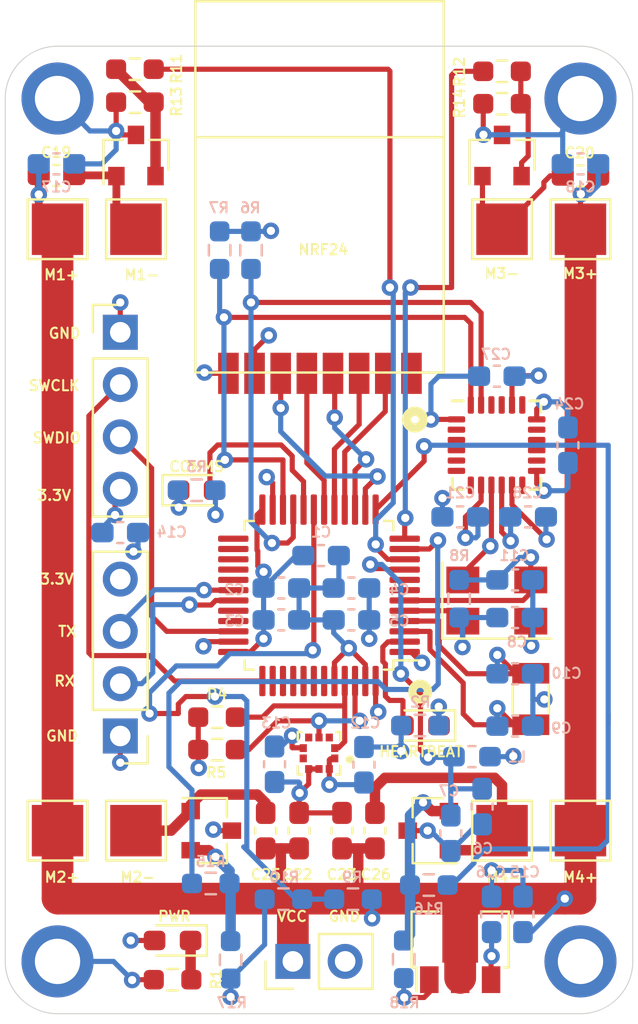
<source format=kicad_pcb>
(kicad_pcb (version 20171130) (host pcbnew "(5.1.9)-1")
  (layers (0 F.Cu signal) (1 In1.Cu power) (2 In2.Cu power) (31 B.Cu signal) (34 B.Paste user) (35 F.Paste user) (36 B.SilkS user) (37 F.SilkS user) (38 B.Mask user) (39 F.Mask user) (44 Edge.Cuts user))
  (net 0 "")
  (net 1 GND)
  (net 2 +3V3)
  (net 3 +3.3VA)
  (net 4 OSC8_IN)
  (net 5 OSC32_IN)
  (net 6 OSC32_OUT)
  (net 7 OSC8_OUT)
  (net 8 VCC)
  (net 9 "Net-(C19-Pad1)")
  (net 10 "Net-(C20-Pad1)")
  (net 11 "Net-(C25-Pad1)")
  (net 12 "Net-(C26-Pad1)")
  (net 13 "Net-(C27-Pad2)")
  (net 14 "Net-(C28-Pad1)")
  (net 15 "Net-(D1-Pad1)")
  (net 16 "Net-(D2-Pad1)")
  (net 17 LED1)
  (net 18 LED2)
  (net 19 "Net-(D3-Pad1)")
  (net 20 SWDIO)
  (net 21 SWCLK)
  (net 22 UART1_RX)
  (net 23 UART1_TX)
  (net 24 I2C1_SDA)
  (net 25 I2C1_SCL)
  (net 26 I2C2_SCL)
  (net 27 I2C2_SDA)
  (net 28 SPI1_CE)
  (net 29 SPI1_CSN)
  (net 30 SPI1_SCK)
  (net 31 SPI1_MISO)
  (net 32 SPI1_MOSI)
  (net 33 SPI1_IRQ)
  (net 34 ADC_BATT)
  (net 35 M1_PWM)
  (net 36 M2_PWM)
  (net 37 M3_PWM)
  (net 38 M4_PWM)
  (net 39 "Net-(Q1-Pad2)")
  (net 40 "Net-(Q2-Pad2)")
  (net 41 "Net-(Q3-Pad2)")
  (net 42 "Net-(Q4-Pad2)")
  (net 43 "Net-(U1-Pad7)")
  (net 44 "Net-(U1-Pad25)")
  (net 45 "Net-(U1-Pad26)")
  (net 46 "Net-(U1-Pad27)")
  (net 47 "Net-(U1-Pad28)")
  (net 48 "Net-(U1-Pad29)")
  (net 49 "Net-(U1-Pad32)")
  (net 50 "Net-(U1-Pad38)")
  (net 51 "Net-(U1-Pad39)")
  (net 52 "Net-(U1-Pad40)")
  (net 53 "Net-(U1-Pad41)")
  (net 54 "Net-(U1-Pad42)")
  (net 55 "Net-(U1-Pad43)")
  (net 56 "Net-(U2-Pad7)")
  (net 57 "Net-(U5-Pad6)")
  (net 58 "Net-(U5-Pad7)")
  (net 59 "Net-(U5-Pad12)")
  (module radios:NRF24L01-SMD (layer F.Cu) (at 149.3901 84.3026)
    (fp_text reference U4)
    (fp_text value NRF24L01)
    (pad 2 smd rect (at -4.4 8.7) (size 1 2) (layers F.Cu F.Paste F.Mask) (net 2 +3V3))
    (pad 1 smd rect (at -3.13 8.7) (size 1 2) (layers F.Cu F.Paste F.Mask) (net 1 GND))
    (pad 3 smd rect (at -1.86 8.7) (size 1 2) (layers F.Cu F.Paste F.Mask) (net 28 SPI1_CE))
    (pad 4 smd rect (at -0.59 8.7) (size 1 2) (layers F.Cu F.Paste F.Mask) (net 29 SPI1_CSN))
    (pad 5 smd rect (at 0.68 8.7) (size 1 2) (layers F.Cu F.Paste F.Mask) (net 30 SPI1_SCK))
    (pad 6 smd rect (at 1.95 8.7) (size 1 2) (layers F.Cu F.Paste F.Mask) (net 32 SPI1_MOSI))
    (pad 7 smd rect (at 3.22 8.7) (size 1 2) (layers F.Cu F.Paste F.Mask) (net 31 SPI1_MISO))
    (pad 8 smd rect (at 4.49 8.7) (size 1 2) (layers F.Cu F.Paste F.Mask) (net 33 SPI1_IRQ))
  )
  (module MountingHole:MountingHole_2.2mm_M2_ISO7380_Pad (layer F.Cu) (at 162.0901 121.5644)
    (fp_text reference H4)
    (fp_text value MntHole)
    (pad 1 thru_hole circle (at 0 0) (size 3.5 3.5) (drill 2.2) (layers *.Cu *.Mask) (net 1 GND))
  )
  (module Capacitor_SMD:C_0603_1608Metric_Pad1.08x0.95mm_HandSolder (layer B.Cu) (at 149.4917 101.854)
    (fp_text reference C1 (at 0 -1.143) (layer B.SilkS) (effects (font (size 0.5 0.5) (thickness 0.1)) (justify mirror)))
    (fp_text value 4.7u)
    (pad 1 smd roundrect (at -0.8625 0) (size 1.075 0.95) (layers B.Cu B.Paste B.Mask) (net 2 +3V3))
    (pad 2 smd roundrect (at 0.8625 0) (size 1.075 0.95) (layers B.Cu B.Paste B.Mask) (net 1 GND))
  )
  (module Capacitor_SMD:C_0603_1608Metric_Pad1.08x0.95mm_HandSolder (layer B.Cu) (at 147.5613 103.4288)
    (fp_text reference C2 (at -2.2733 0.0762 180) (layer B.SilkS) (effects (font (size 0.5 0.5) (thickness 0.1)) (justify mirror)))
    (fp_text value 100n)
    (pad 2 smd roundrect (at 0.8625 0) (size 1.075 0.95) (layers B.Cu B.Paste B.Mask) (net 1 GND))
    (pad 1 smd roundrect (at -0.8625 0) (size 1.075 0.95) (layers B.Cu B.Paste B.Mask) (net 2 +3V3))
  )
  (module Capacitor_SMD:C_0603_1608Metric_Pad1.08x0.95mm_HandSolder (layer B.Cu) (at 147.5613 104.9782)
    (fp_text reference C3 (at -2.2733 0.0508 180) (layer B.SilkS) (effects (font (size 0.5 0.5) (thickness 0.1)) (justify mirror)))
    (fp_text value 100n)
    (pad 1 smd roundrect (at -0.8625 0) (size 1.075 0.95) (layers B.Cu B.Paste B.Mask) (net 2 +3V3))
    (pad 2 smd roundrect (at 0.8625 0) (size 1.075 0.95) (layers B.Cu B.Paste B.Mask) (net 1 GND))
  )
  (module Capacitor_SMD:C_0603_1608Metric_Pad1.08x0.95mm_HandSolder (layer B.Cu) (at 150.9649 103.4288 180)
    (fp_text reference C4 (at -2.3241 -0.0762) (layer B.SilkS) (effects (font (size 0.5 0.5) (thickness 0.1)) (justify mirror)))
    (fp_text value 100n)
    (pad 2 smd roundrect (at 0.8625 0 180) (size 1.075 0.95) (layers B.Cu B.Paste B.Mask) (net 1 GND))
    (pad 1 smd roundrect (at -0.8625 0 180) (size 1.075 0.95) (layers B.Cu B.Paste B.Mask) (net 2 +3V3))
  )
  (module Capacitor_SMD:C_0603_1608Metric_Pad1.08x0.95mm_HandSolder (layer B.Cu) (at 150.9649 104.9782 180)
    (fp_text reference C5 (at -2.3241 -0.0508) (layer B.SilkS) (effects (font (size 0.5 0.5) (thickness 0.1)) (justify mirror)))
    (fp_text value 100n)
    (pad 1 smd roundrect (at -0.8625 0 180) (size 1.075 0.95) (layers B.Cu B.Paste B.Mask) (net 2 +3V3))
    (pad 2 smd roundrect (at 0.8625 0 180) (size 1.075 0.95) (layers B.Cu B.Paste B.Mask) (net 1 GND))
  )
  (module Capacitor_SMD:C_0603_1608Metric_Pad1.08x0.95mm_HandSolder (layer B.Cu) (at 157.3149 114.046 270)
    (fp_text reference C6 (at 2.032 -0.0381 180) (layer B.SilkS) (effects (font (size 0.5 0.5) (thickness 0.1)) (justify mirror)))
    (fp_text value 1u)
    (pad 2 smd roundrect (at 0.8625 0 270) (size 1.075 0.95) (layers B.Cu B.Paste B.Mask) (net 1 GND))
    (pad 1 smd roundrect (at -0.8625 0 270) (size 1.075 0.95) (layers B.Cu B.Paste B.Mask) (net 3 +3.3VA))
  )
  (module Capacitor_SMD:C_0603_1608Metric_Pad1.08x0.95mm_HandSolder (layer B.Cu) (at 155.7909 115.3414 270)
    (fp_text reference C7 (at -2.0574 0.0889 180) (layer B.SilkS) (effects (font (size 0.5 0.5) (thickness 0.1)) (justify mirror)))
    (fp_text value 10n)
    (pad 2 smd roundrect (at 0.8625 0 270) (size 1.075 0.95) (layers B.Cu B.Paste B.Mask) (net 1 GND))
    (pad 1 smd roundrect (at -0.8625 0 270) (size 1.075 0.95) (layers B.Cu B.Paste B.Mask) (net 3 +3.3VA))
  )
  (module Capacitor_SMD:C_0603_1608Metric_Pad1.08x0.95mm_HandSolder (layer B.Cu) (at 158.912113 104.864208 180)
    (fp_text reference C8 (at -0.091887 -1.180792 180) (layer B.SilkS) (effects (font (size 0.5 0.5) (thickness 0.1)) (justify mirror)))
    (fp_text value 15p)
    (pad 2 smd roundrect (at 0.8625 0 180) (size 1.075 0.95) (layers B.Cu B.Paste B.Mask) (net 4 OSC8_IN))
    (pad 1 smd roundrect (at -0.8625 0 180) (size 1.075 0.95) (layers B.Cu B.Paste B.Mask) (net 1 GND))
  )
  (module Capacitor_SMD:C_0603_1608Metric_Pad1.08x0.95mm_HandSolder (layer B.Cu) (at 158.9151 110.1344 180)
    (fp_text reference C9 (at -2.2479 -0.1016) (layer B.SilkS) (effects (font (size 0.5 0.5) (thickness 0.1)) (justify mirror)))
    (fp_text value 10p)
    (pad 1 smd roundrect (at -0.8625 0 180) (size 1.075 0.95) (layers B.Cu B.Paste B.Mask) (net 1 GND))
    (pad 2 smd roundrect (at 0.8625 0 180) (size 1.075 0.95) (layers B.Cu B.Paste B.Mask) (net 5 OSC32_IN))
  )
  (module Capacitor_SMD:C_0603_1608Metric_Pad1.08x0.95mm_HandSolder (layer B.Cu) (at 158.9151 107.5944 180)
    (fp_text reference C10 (at -2.5019 0.0254) (layer B.SilkS) (effects (font (size 0.5 0.5) (thickness 0.1)) (justify mirror)))
    (fp_text value 10p)
    (pad 1 smd roundrect (at -0.8625 0 180) (size 1.075 0.95) (layers B.Cu B.Paste B.Mask) (net 1 GND))
    (pad 2 smd roundrect (at 0.8625 0 180) (size 1.075 0.95) (layers B.Cu B.Paste B.Mask) (net 6 OSC32_OUT))
  )
  (module Capacitor_SMD:C_0603_1608Metric_Pad1.08x0.95mm_HandSolder (layer B.Cu) (at 158.912113 103.035408 180)
    (fp_text reference C11 (at 0.035113 1.181408 180) (layer B.SilkS) (effects (font (size 0.5 0.5) (thickness 0.1)) (justify mirror)))
    (fp_text value 15p)
    (pad 2 smd roundrect (at 0.8625 0 180) (size 1.075 0.95) (layers B.Cu B.Paste B.Mask) (net 7 OSC8_OUT))
    (pad 1 smd roundrect (at -0.8625 0 180) (size 1.075 0.95) (layers B.Cu B.Paste B.Mask) (net 1 GND))
  )
  (module Capacitor_SMD:C_0603_1608Metric_Pad1.08x0.95mm_HandSolder (layer B.Cu) (at 151.5745 112.014 90)
    (fp_text reference C12 (at 2.032 0.0635) (layer B.SilkS) (effects (font (size 0.5 0.5) (thickness 0.1)) (justify mirror)))
    (fp_text value 100n)
    (pad 2 smd roundrect (at 0.8625 0 90) (size 1.075 0.95) (layers B.Cu B.Paste B.Mask) (net 1 GND))
    (pad 1 smd roundrect (at -0.8625 0 90) (size 1.075 0.95) (layers B.Cu B.Paste B.Mask) (net 2 +3V3))
  )
  (module Capacitor_SMD:C_0603_1608Metric_Pad1.08x0.95mm_HandSolder (layer B.Cu) (at 147.2311 111.9886 90)
    (fp_text reference C13 (at 2.0066 0.0889) (layer B.SilkS) (effects (font (size 0.5 0.5) (thickness 0.1)) (justify mirror)))
    (fp_text value 100n)
    (pad 1 smd roundrect (at -0.8625 0 90) (size 1.075 0.95) (layers B.Cu B.Paste B.Mask) (net 1 GND))
    (pad 2 smd roundrect (at 0.8625 0 90) (size 1.075 0.95) (layers B.Cu B.Paste B.Mask) (net 2 +3V3))
  )
  (module Capacitor_SMD:C_0603_1608Metric_Pad1.08x0.95mm_HandSolder (layer B.Cu) (at 139.7381 100.7364 180)
    (fp_text reference C14 (at -2.5019 0.0254) (layer B.SilkS) (effects (font (size 0.5 0.5) (thickness 0.1)) (justify mirror)))
    (fp_text value 100n)
    (pad 1 smd roundrect (at -0.8625 0 180) (size 1.075 0.95) (layers B.Cu B.Paste B.Mask) (net 1 GND))
    (pad 2 smd roundrect (at 0.8625 0 180) (size 1.075 0.95) (layers B.Cu B.Paste B.Mask) (net 2 +3V3))
  )
  (module Capacitor_SMD:C_0603_1608Metric_Pad1.08x0.95mm_HandSolder (layer B.Cu) (at 159.2961 119.2784 270)
    (fp_text reference C15 (at -2.0574 -0.0889) (layer B.SilkS) (effects (font (size 0.5 0.5) (thickness 0.1)) (justify mirror)))
    (fp_text value 1u)
    (pad 1 smd roundrect (at -0.8625 0 270) (size 1.075 0.95) (layers B.Cu B.Paste B.Mask) (net 1 GND))
    (pad 2 smd roundrect (at 0.8625 0 270) (size 1.075 0.95) (layers B.Cu B.Paste B.Mask) (net 8 VCC))
  )
  (module Capacitor_SMD:C_0603_1608Metric_Pad1.08x0.95mm_HandSolder (layer B.Cu) (at 157.7721 119.2784 270)
    (fp_text reference C16 (at -2.0574 0.0381) (layer B.SilkS) (effects (font (size 0.5 0.5) (thickness 0.1)) (justify mirror)))
    (fp_text value 1u)
    (pad 2 smd roundrect (at 0.8625 0 270) (size 1.075 0.95) (layers B.Cu B.Paste B.Mask) (net 2 +3V3))
    (pad 1 smd roundrect (at -0.8625 0 270) (size 1.075 0.95) (layers B.Cu B.Paste B.Mask) (net 1 GND))
  )
  (module Capacitor_SMD:C_0603_1608Metric_Pad1.08x0.95mm_HandSolder (layer B.Cu) (at 136.6393 82.8294 180)
    (fp_text reference C17 (at 0 -1.1176) (layer B.SilkS) (effects (font (size 0.5 0.5) (thickness 0.1)) (justify mirror)))
    (fp_text value 22u)
    (pad 2 smd roundrect (at 0.8625 0 180) (size 1.075 0.95) (layers B.Cu B.Paste B.Mask) (net 8 VCC))
    (pad 1 smd roundrect (at -0.8625 0 180) (size 1.075 0.95) (layers B.Cu B.Paste B.Mask) (net 1 GND))
  )
  (module Capacitor_SMD:C_0603_1608Metric_Pad1.08x0.95mm_HandSolder (layer B.Cu) (at 162.0901 82.8294)
    (fp_text reference C18 (at 0 1.1176 180) (layer B.SilkS) (effects (font (size 0.5 0.5) (thickness 0.1)) (justify mirror)))
    (fp_text value 22u)
    (pad 2 smd roundrect (at 0.8625 0) (size 1.075 0.95) (layers B.Cu B.Paste B.Mask) (net 8 VCC))
    (pad 1 smd roundrect (at -0.8625 0) (size 1.075 0.95) (layers B.Cu B.Paste B.Mask) (net 1 GND))
  )
  (module Capacitor_SMD:C_0603_1608Metric_Pad1.08x0.95mm_HandSolder (layer F.Cu) (at 136.6393 83.3882 180)
    (fp_text reference C19 (at 0.0127 1.1176) (layer F.SilkS) (effects (font (size 0.5 0.5) (thickness 0.1))))
    (fp_text value 10n)
    (pad 1 smd roundrect (at -0.8625 0 180) (size 1.075 0.95) (layers F.Cu F.Paste F.Mask) (net 9 "Net-(C19-Pad1)"))
    (pad 2 smd roundrect (at 0.8625 0 180) (size 1.075 0.95) (layers F.Cu F.Paste F.Mask) (net 8 VCC))
  )
  (module Capacitor_SMD:C_0603_1608Metric_Pad1.08x0.95mm_HandSolder (layer F.Cu) (at 162.0901 83.4136)
    (fp_text reference C20 (at -0.0381 -1.1176 180) (layer F.SilkS) (effects (font (size 0.5 0.5) (thickness 0.1))))
    (fp_text value 10n)
    (pad 1 smd roundrect (at -0.8625 0) (size 1.075 0.95) (layers F.Cu F.Paste F.Mask) (net 10 "Net-(C20-Pad1)"))
    (pad 2 smd roundrect (at 0.8625 0) (size 1.075 0.95) (layers F.Cu F.Paste F.Mask) (net 8 VCC))
  )
  (module Capacitor_SMD:C_0603_1608Metric_Pad1.08x0.95mm_HandSolder (layer B.Cu) (at 156.2481 99.9744 180)
    (fp_text reference C21 (at 0 1.1684) (layer B.SilkS) (effects (font (size 0.5 0.5) (thickness 0.1)) (justify mirror)))
    (fp_text value 10n)
    (pad 2 smd roundrect (at 0.8625 0 180) (size 1.075 0.95) (layers B.Cu B.Paste B.Mask) (net 1 GND))
    (pad 1 smd roundrect (at -0.8625 0 180) (size 1.075 0.95) (layers B.Cu B.Paste B.Mask) (net 2 +3V3))
  )
  (module Capacitor_SMD:C_0603_1608Metric_Pad1.08x0.95mm_HandSolder (layer F.Cu) (at 148.4249 115.2144 270)
    (fp_text reference C22 (at 2.1336 0.0889 180) (layer F.SilkS) (effects (font (size 0.5 0.5) (thickness 0.1))))
    (fp_text value 22u)
    (pad 2 smd roundrect (at 0.8625 0 270) (size 1.075 0.95) (layers F.Cu F.Paste F.Mask) (net 8 VCC))
    (pad 1 smd roundrect (at -0.8625 0 270) (size 1.075 0.95) (layers F.Cu F.Paste F.Mask) (net 1 GND))
  )
  (module Capacitor_SMD:C_0603_1608Metric_Pad1.08x0.95mm_HandSolder (layer F.Cu) (at 150.5077 115.2144 270)
    (fp_text reference C23 (at 2.1336 0.0127 180) (layer F.SilkS) (effects (font (size 0.5 0.5) (thickness 0.1))))
    (fp_text value 22u)
    (pad 2 smd roundrect (at 0.8625 0 270) (size 1.075 0.95) (layers F.Cu F.Paste F.Mask) (net 8 VCC))
    (pad 1 smd roundrect (at -0.8625 0 270) (size 1.075 0.95) (layers F.Cu F.Paste F.Mask) (net 1 GND))
  )
  (module Capacitor_SMD:C_0603_1608Metric_Pad1.08x0.95mm_HandSolder (layer B.Cu) (at 161.4805 96.4946 270)
    (fp_text reference C24 (at -2.0066 -0.0635) (layer B.SilkS) (effects (font (size 0.5 0.5) (thickness 0.1)) (justify mirror)))
    (fp_text value 100n)
    (pad 1 smd roundrect (at -0.8625 0 270) (size 1.075 0.95) (layers B.Cu B.Paste B.Mask) (net 1 GND))
    (pad 2 smd roundrect (at 0.8625 0 270) (size 1.075 0.95) (layers B.Cu B.Paste B.Mask) (net 2 +3V3))
  )
  (module Capacitor_SMD:C_0603_1608Metric_Pad1.08x0.95mm_HandSolder (layer F.Cu) (at 146.7993 115.2144 270)
    (fp_text reference C25 (at 2.1336 -0.0127 180) (layer F.SilkS) (effects (font (size 0.5 0.5) (thickness 0.1))))
    (fp_text value 10n)
    (pad 1 smd roundrect (at -0.8625 0 270) (size 1.075 0.95) (layers F.Cu F.Paste F.Mask) (net 11 "Net-(C25-Pad1)"))
    (pad 2 smd roundrect (at 0.8625 0 270) (size 1.075 0.95) (layers F.Cu F.Paste F.Mask) (net 8 VCC))
  )
  (module Capacitor_SMD:C_0603_1608Metric_Pad1.08x0.95mm_HandSolder (layer F.Cu) (at 152.1079 115.2144 270)
    (fp_text reference C26 (at 2.1336 -0.0381 180) (layer F.SilkS) (effects (font (size 0.5 0.5) (thickness 0.1))))
    (fp_text value 10n)
    (pad 1 smd roundrect (at -0.8625 0 270) (size 1.075 0.95) (layers F.Cu F.Paste F.Mask) (net 12 "Net-(C26-Pad1)"))
    (pad 2 smd roundrect (at 0.8625 0 270) (size 1.075 0.95) (layers F.Cu F.Paste F.Mask) (net 8 VCC))
  )
  (module Capacitor_SMD:C_0603_1608Metric_Pad1.08x0.95mm_HandSolder (layer B.Cu) (at 158.0272 93.1418)
    (fp_text reference C27 (at -0.0392 -1.0668) (layer B.SilkS) (effects (font (size 0.5 0.5) (thickness 0.1)) (justify mirror)))
    (fp_text value 2.2n)
    (pad 2 smd roundrect (at 0.8625 0) (size 1.075 0.95) (layers B.Cu B.Paste B.Mask) (net 13 "Net-(C27-Pad2)"))
    (pad 1 smd roundrect (at -0.8625 0) (size 1.075 0.95) (layers B.Cu B.Paste B.Mask) (net 1 GND))
  )
  (module Capacitor_SMD:C_0603_1608Metric_Pad1.08x0.95mm_HandSolder (layer B.Cu) (at 159.5501 99.9744)
    (fp_text reference C28 (at -0.0381 -1.1684) (layer B.SilkS) (effects (font (size 0.5 0.5) (thickness 0.1)) (justify mirror)))
    (fp_text value 100n)
    (pad 1 smd roundrect (at -0.8625 0) (size 1.075 0.95) (layers B.Cu B.Paste B.Mask) (net 14 "Net-(C28-Pad1)"))
    (pad 2 smd roundrect (at 0.8625 0) (size 1.075 0.95) (layers B.Cu B.Paste B.Mask) (net 1 GND))
  )
  (module LED_SMD:LED_0603_1608Metric_Pad1.05x0.95mm_HandSolder (layer F.Cu) (at 142.2781 120.5484 180)
    (fp_text reference PWR (at -0.0889 1.1684 180) (layer F.SilkS) (effects (font (size 0.5 0.5) (thickness 0.1))))
    (fp_text value Green)
    (pad 1 smd roundrect (at -0.875 0 180) (size 1.05 0.95) (layers F.Cu F.Paste F.Mask) (net 15 "Net-(D1-Pad1)"))
    (pad 2 smd roundrect (at 0.875 0 180) (size 1.05 0.95) (layers F.Cu F.Paste F.Mask) (net 2 +3V3))
  )
  (module LED_SMD:LED_0603_1608Metric_Pad1.05x0.95mm_HandSolder (layer F.Cu) (at 154.3431 110.109 180)
    (fp_text reference HEARTBEAT (at 0 -1.27) (layer F.SilkS) (effects (font (size 0.5 0.5) (thickness 0.1))))
    (fp_text value Red)
    (pad 2 smd roundrect (at 0.875 0 180) (size 1.05 0.95) (layers F.Cu F.Paste F.Mask) (net 17 LED1))
    (pad 1 smd roundrect (at -0.875 0 180) (size 1.05 0.95) (layers F.Cu F.Paste F.Mask) (net 16 "Net-(D2-Pad1)"))
  )
  (module LED_SMD:LED_0603_1608Metric_Pad1.05x0.95mm_HandSolder (layer F.Cu) (at 143.4465 98.679)
    (fp_text reference COMMS (at 0 -1.143) (layer F.SilkS) (effects (font (size 0.5 0.5) (thickness 0.1))))
    (fp_text value Blue)
    (pad 1 smd roundrect (at -0.875 0) (size 1.05 0.95) (layers F.Cu F.Paste F.Mask) (net 19 "Net-(D3-Pad1)"))
    (pad 2 smd roundrect (at 0.875 0) (size 1.05 0.95) (layers F.Cu F.Paste F.Mask) (net 18 LED2))
  )
  (module MountingHole:MountingHole_2.2mm_M2_ISO7380_Pad (layer F.Cu) (at 136.6901 79.6544)
    (fp_text reference H1)
    (fp_text value MntHole)
    (pad 1 thru_hole circle (at 0 0) (size 3.5 3.5) (drill 2.2) (layers *.Cu *.Mask) (net 1 GND))
  )
  (module MountingHole:MountingHole_2.2mm_M2_ISO7380_Pad (layer F.Cu) (at 136.6901 121.5644)
    (fp_text reference H2)
    (fp_text value MntHole)
    (pad 1 thru_hole circle (at 0 0) (size 3.5 3.5) (drill 2.2) (layers *.Cu *.Mask) (net 1 GND))
  )
  (module MountingHole:MountingHole_2.2mm_M2_ISO7380_Pad (layer F.Cu) (at 162.0901 79.6544)
    (fp_text reference H3)
    (fp_text value MntHole)
    (pad 1 thru_hole circle (at 0 0) (size 3.5 3.5) (drill 2.2) (layers *.Cu *.Mask) (net 1 GND))
  )
  (module Connector_PinHeader_2.54mm:PinHeader_1x04_P2.54mm_Vertical (layer F.Cu) (at 139.7381 91.0082)
    (fp_text reference SWD)
    (fp_text value Conn_01x04)
    (pad 1 thru_hole rect (at 0 0) (size 1.7 1.7) (drill 1) (layers *.Cu *.Mask) (net 1 GND))
    (pad 2 thru_hole oval (at 0 2.54) (size 1.7 1.7) (drill 1) (layers *.Cu *.Mask) (net 21 SWCLK))
    (pad 3 thru_hole oval (at 0 5.08) (size 1.7 1.7) (drill 1) (layers *.Cu *.Mask) (net 20 SWDIO))
    (pad 4 thru_hole oval (at 0 7.62) (size 1.7 1.7) (drill 1) (layers *.Cu *.Mask) (net 2 +3V3))
  )
  (module Connector_PinHeader_2.54mm:PinHeader_1x04_P2.54mm_Vertical (layer F.Cu) (at 139.7381 110.617 180)
    (fp_text reference UART)
    (fp_text value Conn_01x04)
    (pad 4 thru_hole oval (at 0 7.62 180) (size 1.7 1.7) (drill 1) (layers *.Cu *.Mask) (net 2 +3V3))
    (pad 3 thru_hole oval (at 0 5.08 180) (size 1.7 1.7) (drill 1) (layers *.Cu *.Mask) (net 23 UART1_TX))
    (pad 2 thru_hole oval (at 0 2.54 180) (size 1.7 1.7) (drill 1) (layers *.Cu *.Mask) (net 22 UART1_RX))
    (pad 1 thru_hole rect (at 0 0 180) (size 1.7 1.7) (drill 1) (layers *.Cu *.Mask) (net 1 GND))
  )
  (module Connector_PinHeader_2.54mm:PinHeader_1x02_P2.54mm_Vertical (layer F.Cu) (at 148.1201 121.5644 90)
    (fp_text reference J3)
    (fp_text value Conn_01x02)
    (pad 1 thru_hole rect (at 0 0 90) (size 1.7 1.7) (drill 1) (layers *.Cu *.Mask) (net 8 VCC))
    (pad 2 thru_hole oval (at 0 2.54 90) (size 1.7 1.7) (drill 1) (layers *.Cu *.Mask) (net 1 GND))
  )
  (module TestPoint:TestPoint_Pad_2.5x2.5mm (layer F.Cu) (at 136.6901 86.0044)
    (fp_text reference M1+ (at 0.1905 2.2098) (layer F.SilkS) (effects (font (size 0.5 0.5) (thickness 0.1))))
    (fp_text value M1+)
    (pad 1 smd rect (at 0 0) (size 2.5 2.5) (layers F.Cu F.Mask) (net 8 VCC))
  )
  (module TestPoint:TestPoint_Pad_2.5x2.5mm (layer F.Cu) (at 140.5001 86.0044)
    (fp_text reference M1- (at 0.2921 2.2098) (layer F.SilkS) (effects (font (size 0.5 0.5) (thickness 0.1))))
    (fp_text value M1-)
    (pad 1 smd rect (at 0 0) (size 2.5 2.5) (layers F.Cu F.Mask) (net 9 "Net-(C19-Pad1)"))
  )
  (module TestPoint:TestPoint_Pad_2.5x2.5mm (layer F.Cu) (at 162.0901 86.0044 180)
    (fp_text reference M3+ (at 0 -2.148) (layer F.SilkS) (effects (font (size 0.5 0.5) (thickness 0.1))))
    (fp_text value M3+)
    (pad 1 smd rect (at 0 0 180) (size 2.5 2.5) (layers F.Cu F.Mask) (net 8 VCC))
  )
  (module TestPoint:TestPoint_Pad_2.5x2.5mm (layer F.Cu) (at 158.2801 86.0044 180)
    (fp_text reference M3- (at 0 -2.148) (layer F.SilkS) (effects (font (size 0.5 0.5) (thickness 0.1))))
    (fp_text value M3-)
    (pad 1 smd rect (at 0 0 180) (size 2.5 2.5) (layers F.Cu F.Mask) (net 10 "Net-(C20-Pad1)"))
  )
  (module TestPoint:TestPoint_Pad_2.5x2.5mm (layer F.Cu) (at 136.6901 115.2144)
    (fp_text reference M2+ (at 0.2159 2.2606) (layer F.SilkS) (effects (font (size 0.5 0.5) (thickness 0.1))))
    (fp_text value M2+)
    (pad 1 smd rect (at 0 0) (size 2.5 2.5) (layers F.Cu F.Mask) (net 8 VCC))
  )
  (module TestPoint:TestPoint_Pad_2.5x2.5mm (layer F.Cu) (at 140.5001 115.2144)
    (fp_text reference M2- (at 0.0889 2.2606) (layer F.SilkS) (effects (font (size 0.5 0.5) (thickness 0.1))))
    (fp_text value M2-)
    (pad 1 smd rect (at 0 0) (size 2.5 2.5) (layers F.Cu F.Mask) (net 11 "Net-(C25-Pad1)"))
  )
  (module TestPoint:TestPoint_Pad_2.5x2.5mm (layer F.Cu) (at 162.0901 115.2144 180)
    (fp_text reference M4+ (at 0 -2.2606) (layer F.SilkS) (effects (font (size 0.5 0.5) (thickness 0.1))))
    (fp_text value M4+)
    (pad 1 smd rect (at 0 0 180) (size 2.5 2.5) (layers F.Cu F.Mask) (net 8 VCC))
  )
  (module TestPoint:TestPoint_Pad_2.5x2.5mm (layer F.Cu) (at 158.2801 115.2144 180)
    (fp_text reference M4- (at -0.0889 -2.2606) (layer F.SilkS) (effects (font (size 0.5 0.5) (thickness 0.1))))
    (fp_text value M4-)
    (pad 1 smd rect (at 0 0 180) (size 2.5 2.5) (layers F.Cu F.Mask) (net 12 "Net-(C26-Pad1)"))
  )
  (module Inductor_SMD:L_0603_1608Metric_Pad1.05x0.95mm_HandSolder (layer B.Cu) (at 156.8196 111.6203 180)
    (fp_text reference L1 (at -2.1844 -0.0127) (layer B.SilkS) (effects (font (size 0.5 0.5) (thickness 0.1)) (justify mirror)))
    (fp_text value 39n)
    (pad 1 smd roundrect (at -0.875 0 180) (size 1.05 0.95) (layers B.Cu B.Paste B.Mask) (net 2 +3V3))
    (pad 2 smd roundrect (at 0.875 0 180) (size 1.05 0.95) (layers B.Cu B.Paste B.Mask) (net 3 +3.3VA))
  )
  (module Package_TO_SOT_SMD:SOT-23 (layer F.Cu) (at 140.5001 82.423 90)
    (fp_text reference Q1)
    (fp_text value SI2300)
    (pad 3 smd rect (at 1 0 90) (size 0.9 0.8) (layers F.Cu F.Paste F.Mask) (net 1 GND))
    (pad 2 smd rect (at -1 0.95 90) (size 0.9 0.8) (layers F.Cu F.Paste F.Mask) (net 39 "Net-(Q1-Pad2)"))
    (pad 1 smd rect (at -1 -0.95 90) (size 0.9 0.8) (layers F.Cu F.Paste F.Mask) (net 9 "Net-(C19-Pad1)"))
  )
  (module Package_TO_SOT_SMD:SOT-23 (layer F.Cu) (at 158.2801 82.423 90)
    (fp_text reference Q2)
    (fp_text value SI2300)
    (pad 3 smd rect (at 1 0 90) (size 0.9 0.8) (layers F.Cu F.Paste F.Mask) (net 1 GND))
    (pad 2 smd rect (at -1 0.95 90) (size 0.9 0.8) (layers F.Cu F.Paste F.Mask) (net 40 "Net-(Q2-Pad2)"))
    (pad 1 smd rect (at -1 -0.95 90) (size 0.9 0.8) (layers F.Cu F.Paste F.Mask) (net 10 "Net-(C20-Pad1)"))
  )
  (module Package_TO_SOT_SMD:SOT-23 (layer F.Cu) (at 144.1577 115.2144)
    (fp_text reference Q3)
    (fp_text value SI2300)
    (pad 1 smd rect (at -1 -0.95) (size 0.9 0.8) (layers F.Cu F.Paste F.Mask) (net 11 "Net-(C25-Pad1)"))
    (pad 2 smd rect (at -1 0.95) (size 0.9 0.8) (layers F.Cu F.Paste F.Mask) (net 41 "Net-(Q3-Pad2)"))
    (pad 3 smd rect (at 1 0) (size 0.9 0.8) (layers F.Cu F.Paste F.Mask) (net 1 GND))
  )
  (module Package_TO_SOT_SMD:SOT-23 (layer F.Cu) (at 154.6987 115.2144 180)
    (fp_text reference Q4)
    (fp_text value SI2300)
    (pad 1 smd rect (at -1 -0.95 180) (size 0.9 0.8) (layers F.Cu F.Paste F.Mask) (net 12 "Net-(C26-Pad1)"))
    (pad 2 smd rect (at -1 0.95 180) (size 0.9 0.8) (layers F.Cu F.Paste F.Mask) (net 42 "Net-(Q4-Pad2)"))
    (pad 3 smd rect (at 1 0 180) (size 0.9 0.8) (layers F.Cu F.Paste F.Mask) (net 1 GND))
  )
  (module Resistor_SMD:R_0603_1608Metric_Pad0.98x0.95mm_HandSolder (layer F.Cu) (at 142.2781 122.4534)
    (fp_text reference R1 (at 2.1209 -0.0254 90) (layer F.SilkS) (effects (font (size 0.5 0.5) (thickness 0.1))))
    (fp_text value 1k)
    (pad 2 smd roundrect (at 0.9125 0) (size 0.975 0.95) (layers F.Cu F.Paste F.Mask) (net 15 "Net-(D1-Pad1)"))
    (pad 1 smd roundrect (at -0.9125 0) (size 0.975 0.95) (layers F.Cu F.Paste F.Mask) (net 1 GND))
  )
  (module Resistor_SMD:R_0603_1608Metric_Pad0.98x0.95mm_HandSolder (layer B.Cu) (at 154.2923 110.109)
    (fp_text reference R2 (at 0.0127 -1.143) (layer B.SilkS) (effects (font (size 0.5 0.5) (thickness 0.1)) (justify mirror)))
    (fp_text value 1k)
    (pad 1 smd roundrect (at -0.9125 0) (size 0.975 0.95) (layers B.Cu B.Paste B.Mask) (net 1 GND))
    (pad 2 smd roundrect (at 0.9125 0) (size 0.975 0.95) (layers B.Cu B.Paste B.Mask) (net 16 "Net-(D2-Pad1)"))
  )
  (module Resistor_SMD:R_0603_1608Metric_Pad0.98x0.95mm_HandSolder (layer B.Cu) (at 143.4465 98.679 180)
    (fp_text reference R3 (at 0 1.143 180) (layer B.SilkS) (effects (font (size 0.5 0.5) (thickness 0.1)) (justify mirror)))
    (fp_text value 1k)
    (pad 2 smd roundrect (at 0.9125 0 180) (size 0.975 0.95) (layers B.Cu B.Paste B.Mask) (net 19 "Net-(D3-Pad1)"))
    (pad 1 smd roundrect (at -0.9125 0 180) (size 0.975 0.95) (layers B.Cu B.Paste B.Mask) (net 1 GND))
  )
  (module Resistor_SMD:R_0603_1608Metric_Pad0.98x0.95mm_HandSolder (layer F.Cu) (at 144.4371 109.7026)
    (fp_text reference R4 (at 0 -1.1176) (layer F.SilkS) (effects (font (size 0.5 0.5) (thickness 0.1))))
    (fp_text value 4.7k)
    (pad 2 smd roundrect (at 0.9125 0) (size 0.975 0.95) (layers F.Cu F.Paste F.Mask) (net 25 I2C1_SCL))
    (pad 1 smd roundrect (at -0.9125 0) (size 0.975 0.95) (layers F.Cu F.Paste F.Mask) (net 2 +3V3))
  )
  (module Resistor_SMD:R_0603_1608Metric_Pad0.98x0.95mm_HandSolder (layer F.Cu) (at 144.4371 111.2774)
    (fp_text reference R5 (at -0.0381 1.1176) (layer F.SilkS) (effects (font (size 0.5 0.5) (thickness 0.1))))
    (fp_text value 4.7k)
    (pad 2 smd roundrect (at 0.9125 0) (size 0.975 0.95) (layers F.Cu F.Paste F.Mask) (net 24 I2C1_SDA))
    (pad 1 smd roundrect (at -0.9125 0) (size 0.975 0.95) (layers F.Cu F.Paste F.Mask) (net 2 +3V3))
  )
  (module Resistor_SMD:R_0603_1608Metric_Pad0.98x0.95mm_HandSolder (layer B.Cu) (at 146.0881 87.0204 270)
    (fp_text reference R6 (at -2.0574 0.0381 180) (layer B.SilkS) (effects (font (size 0.5 0.5) (thickness 0.1)) (justify mirror)))
    (fp_text value 4.7k)
    (pad 2 smd roundrect (at 0.9125 0 270) (size 0.975 0.95) (layers B.Cu B.Paste B.Mask) (net 26 I2C2_SCL))
    (pad 1 smd roundrect (at -0.9125 0 270) (size 0.975 0.95) (layers B.Cu B.Paste B.Mask) (net 2 +3V3))
  )
  (module Resistor_SMD:R_0603_1608Metric_Pad0.98x0.95mm_HandSolder (layer B.Cu) (at 144.5641 87.0204 270)
    (fp_text reference R7 (at -2.0574 0.0381 180) (layer B.SilkS) (effects (font (size 0.5 0.5) (thickness 0.1)) (justify mirror)))
    (fp_text value 4.7k)
    (pad 1 smd roundrect (at -0.9125 0 270) (size 0.975 0.95) (layers B.Cu B.Paste B.Mask) (net 2 +3V3))
    (pad 2 smd roundrect (at 0.9125 0 270) (size 0.975 0.95) (layers B.Cu B.Paste B.Mask) (net 27 I2C2_SDA))
  )
  (module Resistor_SMD:R_0603_1608Metric_Pad0.98x0.95mm_HandSolder (layer B.Cu) (at 156.194313 103.949808 270)
    (fp_text reference R8 (at -2.095808 -0.015687 180) (layer B.SilkS) (effects (font (size 0.5 0.5) (thickness 0.1)) (justify mirror)))
    (fp_text value 1M)
    (pad 1 smd roundrect (at -0.9125 0 270) (size 0.975 0.95) (layers B.Cu B.Paste B.Mask) (net 7 OSC8_OUT))
    (pad 2 smd roundrect (at 0.9125 0 270) (size 0.975 0.95) (layers B.Cu B.Paste B.Mask) (net 4 OSC8_IN))
  )
  (module Resistor_SMD:R_0603_1608Metric_Pad0.98x0.95mm_HandSolder (layer B.Cu) (at 151.0411 118.5418)
    (fp_text reference R9 (at -0.0381 -1.0668) (layer B.SilkS) (effects (font (size 0.5 0.5) (thickness 0.1)) (justify mirror)))
    (fp_text value 100k)
    (pad 1 smd roundrect (at -0.9125 0) (size 0.975 0.95) (layers B.Cu B.Paste B.Mask) (net 34 ADC_BATT))
    (pad 2 smd roundrect (at 0.9125 0) (size 0.975 0.95) (layers B.Cu B.Paste B.Mask) (net 8 VCC))
  )
  (module Resistor_SMD:R_0603_1608Metric_Pad0.98x0.95mm_HandSolder (layer B.Cu) (at 147.6629 118.5418)
    (fp_text reference R10 (at 0.0381 -1.0668) (layer B.SilkS) (effects (font (size 0.5 0.5) (thickness 0.1)) (justify mirror)))
    (fp_text value 100k)
    (pad 2 smd roundrect (at 0.9125 0) (size 0.975 0.95) (layers B.Cu B.Paste B.Mask) (net 34 ADC_BATT))
    (pad 1 smd roundrect (at -0.9125 0) (size 0.975 0.95) (layers B.Cu B.Paste B.Mask) (net 1 GND))
  )
  (module Resistor_SMD:R_0603_1608Metric_Pad0.98x0.95mm_HandSolder (layer F.Cu) (at 140.4493 78.232)
    (fp_text reference R11 (at 2.0193 -0.0254 90) (layer F.SilkS) (effects (font (size 0.5 0.5) (thickness 0.1))))
    (fp_text value 100)
    (pad 2 smd roundrect (at 0.9125 0) (size 0.975 0.95) (layers F.Cu F.Paste F.Mask) (net 35 M1_PWM))
    (pad 1 smd roundrect (at -0.9125 0) (size 0.975 0.95) (layers F.Cu F.Paste F.Mask) (net 39 "Net-(Q1-Pad2)"))
  )
  (module Resistor_SMD:R_0603_1608Metric_Pad0.98x0.95mm_HandSolder (layer F.Cu) (at 158.2801 78.3336 180)
    (fp_text reference R12 (at 2.0701 -0.0254 90) (layer F.SilkS) (effects (font (size 0.5 0.5) (thickness 0.1))))
    (fp_text value 100)
    (pad 2 smd roundrect (at 0.9125 0 180) (size 0.975 0.95) (layers F.Cu F.Paste F.Mask) (net 37 M3_PWM))
    (pad 1 smd roundrect (at -0.9125 0 180) (size 0.975 0.95) (layers F.Cu F.Paste F.Mask) (net 40 "Net-(Q2-Pad2)"))
  )
  (module Resistor_SMD:R_0603_1608Metric_Pad0.98x0.95mm_HandSolder (layer F.Cu) (at 140.4493 79.8322)
    (fp_text reference R13 (at 2.0193 -0.0254 90) (layer F.SilkS) (effects (font (size 0.5 0.5) (thickness 0.1))))
    (fp_text value 1M)
    (pad 1 smd roundrect (at -0.9125 0) (size 0.975 0.95) (layers F.Cu F.Paste F.Mask) (net 1 GND))
    (pad 2 smd roundrect (at 0.9125 0) (size 0.975 0.95) (layers F.Cu F.Paste F.Mask) (net 39 "Net-(Q1-Pad2)"))
  )
  (module Resistor_SMD:R_0603_1608Metric_Pad0.98x0.95mm_HandSolder (layer F.Cu) (at 158.2801 79.9084)
    (fp_text reference R14 (at -2.0701 -0.0254 90) (layer F.SilkS) (effects (font (size 0.5 0.5) (thickness 0.1))))
    (fp_text value 1M)
    (pad 1 smd roundrect (at -0.9125 0) (size 0.975 0.95) (layers F.Cu F.Paste F.Mask) (net 1 GND))
    (pad 2 smd roundrect (at 0.9125 0) (size 0.975 0.95) (layers F.Cu F.Paste F.Mask) (net 40 "Net-(Q2-Pad2)"))
  )
  (module Resistor_SMD:R_0603_1608Metric_Pad0.98x0.95mm_HandSolder (layer B.Cu) (at 144.1323 117.7798 180)
    (fp_text reference R15 (at 0 1.0668) (layer B.SilkS) (effects (font (size 0.5 0.5) (thickness 0.1)) (justify mirror)))
    (fp_text value 100)
    (pad 1 smd roundrect (at -0.9125 0 180) (size 0.975 0.95) (layers B.Cu B.Paste B.Mask) (net 41 "Net-(Q3-Pad2)"))
    (pad 2 smd roundrect (at 0.9125 0 180) (size 0.975 0.95) (layers B.Cu B.Paste B.Mask) (net 36 M2_PWM))
  )
  (module Resistor_SMD:R_0603_1608Metric_Pad0.98x0.95mm_HandSolder (layer B.Cu) (at 154.7241 117.856)
    (fp_text reference R16 (at 0 1.143) (layer B.SilkS) (effects (font (size 0.5 0.5) (thickness 0.1)) (justify mirror)))
    (fp_text value 100)
    (pad 1 smd roundrect (at -0.9125 0) (size 0.975 0.95) (layers B.Cu B.Paste B.Mask) (net 42 "Net-(Q4-Pad2)"))
    (pad 2 smd roundrect (at 0.9125 0) (size 0.975 0.95) (layers B.Cu B.Paste B.Mask) (net 38 M4_PWM))
  )
  (module Resistor_SMD:R_0603_1608Metric_Pad0.98x0.95mm_HandSolder (layer B.Cu) (at 145.0975 121.4882 90)
    (fp_text reference R17 (at -2.0828 0.0635) (layer B.SilkS) (effects (font (size 0.5 0.5) (thickness 0.1)) (justify mirror)))
    (fp_text value 1M)
    (pad 2 smd roundrect (at 0.9125 0 90) (size 0.975 0.95) (layers B.Cu B.Paste B.Mask) (net 41 "Net-(Q3-Pad2)"))
    (pad 1 smd roundrect (at -0.9125 0 90) (size 0.975 0.95) (layers B.Cu B.Paste B.Mask) (net 1 GND))
  )
  (module Resistor_SMD:R_0603_1608Metric_Pad0.98x0.95mm_HandSolder (layer B.Cu) (at 153.5049 121.4628 90)
    (fp_text reference R18 (at -2.1082 0.0381 180) (layer B.SilkS) (effects (font (size 0.5 0.5) (thickness 0.1)) (justify mirror)))
    (fp_text value 1M)
    (pad 1 smd roundrect (at -0.9125 0 90) (size 0.975 0.95) (layers B.Cu B.Paste B.Mask) (net 1 GND))
    (pad 2 smd roundrect (at 0.9125 0 90) (size 0.975 0.95) (layers B.Cu B.Paste B.Mask) (net 42 "Net-(Q4-Pad2)"))
  )
  (module Package_QFP:LQFP-48_7x7mm_P0.5mm (layer F.Cu) (at 149.3901 103.7844 180)
    (fp_text reference U1)
    (fp_text value STM32F103C8Tx)
    (pad 1 smd roundrect (at -4.1625 -2.75 180) (size 1.475 0.3) (layers F.Cu F.Paste F.Mask) (net 2 +3V3))
    (pad 2 smd roundrect (at -4.1625 -2.25 180) (size 1.475 0.3) (layers F.Cu F.Paste F.Mask) (net 17 LED1))
    (pad 3 smd roundrect (at -4.1625 -1.75 180) (size 1.475 0.3) (layers F.Cu F.Paste F.Mask) (net 5 OSC32_IN))
    (pad 4 smd roundrect (at -4.1625 -1.25 180) (size 1.475 0.3) (layers F.Cu F.Paste F.Mask) (net 6 OSC32_OUT))
    (pad 5 smd roundrect (at -4.1625 -0.75 180) (size 1.475 0.3) (layers F.Cu F.Paste F.Mask) (net 4 OSC8_IN))
    (pad 6 smd roundrect (at -4.1625 -0.25 180) (size 1.475 0.3) (layers F.Cu F.Paste F.Mask) (net 7 OSC8_OUT))
    (pad 7 smd roundrect (at -4.1625 0.25 180) (size 1.475 0.3) (layers F.Cu F.Paste F.Mask) (net 43 "Net-(U1-Pad7)"))
    (pad 8 smd roundrect (at -4.1625 0.75 180) (size 1.475 0.3) (layers F.Cu F.Paste F.Mask) (net 1 GND))
    (pad 9 smd roundrect (at -4.1625 1.25 180) (size 1.475 0.3) (layers F.Cu F.Paste F.Mask) (net 3 +3.3VA))
    (pad 10 smd roundrect (at -4.1625 1.75 180) (size 1.475 0.3) (layers F.Cu F.Paste F.Mask) (net 35 M1_PWM))
    (pad 11 smd roundrect (at -4.1625 2.25 180) (size 1.475 0.3) (layers F.Cu F.Paste F.Mask) (net 36 M2_PWM))
    (pad 12 smd roundrect (at -4.1625 2.75 180) (size 1.475 0.3) (layers F.Cu F.Paste F.Mask) (net 37 M3_PWM))
    (pad 13 smd roundrect (at -2.75 4.1625 180) (size 0.3 1.475) (layers F.Cu F.Paste F.Mask) (net 38 M4_PWM))
    (pad 14 smd roundrect (at -2.25 4.1625 180) (size 0.3 1.475) (layers F.Cu F.Paste F.Mask) (net 28 SPI1_CE))
    (pad 15 smd roundrect (at -1.75 4.1625 180) (size 0.3 1.475) (layers F.Cu F.Paste F.Mask) (net 30 SPI1_SCK))
    (pad 16 smd roundrect (at -1.25 4.1625 180) (size 0.3 1.475) (layers F.Cu F.Paste F.Mask) (net 31 SPI1_MISO))
    (pad 17 smd roundrect (at -0.75 4.1625 180) (size 0.3 1.475) (layers F.Cu F.Paste F.Mask) (net 32 SPI1_MOSI))
    (pad 18 smd roundrect (at -0.25 4.1625 180) (size 0.3 1.475) (layers F.Cu F.Paste F.Mask) (net 29 SPI1_CSN))
    (pad 19 smd roundrect (at 0.25 4.1625 180) (size 0.3 1.475) (layers F.Cu F.Paste F.Mask) (net 34 ADC_BATT))
    (pad 20 smd roundrect (at 0.75 4.1625 180) (size 0.3 1.475) (layers F.Cu F.Paste F.Mask) (net 18 LED2))
    (pad 21 smd roundrect (at 1.25 4.1625 180) (size 0.3 1.475) (layers F.Cu F.Paste F.Mask) (net 26 I2C2_SCL))
    (pad 22 smd roundrect (at 1.75 4.1625 180) (size 0.3 1.475) (layers F.Cu F.Paste F.Mask) (net 27 I2C2_SDA))
    (pad 23 smd roundrect (at 2.25 4.1625 180) (size 0.3 1.475) (layers F.Cu F.Paste F.Mask) (net 1 GND))
    (pad 24 smd roundrect (at 2.75 4.1625 180) (size 0.3 1.475) (layers F.Cu F.Paste F.Mask) (net 2 +3V3))
    (pad 25 smd roundrect (at 4.1625 2.75 180) (size 1.475 0.3) (layers F.Cu F.Paste F.Mask) (net 44 "Net-(U1-Pad25)"))
    (pad 26 smd roundrect (at 4.1625 2.25 180) (size 1.475 0.3) (layers F.Cu F.Paste F.Mask) (net 45 "Net-(U1-Pad26)"))
    (pad 27 smd roundrect (at 4.1625 1.75 180) (size 1.475 0.3) (layers F.Cu F.Paste F.Mask) (net 46 "Net-(U1-Pad27)"))
    (pad 28 smd roundrect (at 4.1625 1.25 180) (size 1.475 0.3) (layers F.Cu F.Paste F.Mask) (net 47 "Net-(U1-Pad28)"))
    (pad 29 smd roundrect (at 4.1625 0.75 180) (size 1.475 0.3) (layers F.Cu F.Paste F.Mask) (net 48 "Net-(U1-Pad29)"))
    (pad 30 smd roundrect (at 4.1625 0.25 180) (size 1.475 0.3) (layers F.Cu F.Paste F.Mask) (net 23 UART1_TX))
    (pad 31 smd roundrect (at 4.1625 -0.25 180) (size 1.475 0.3) (layers F.Cu F.Paste F.Mask) (net 22 UART1_RX))
    (pad 32 smd roundrect (at 4.1625 -0.75 180) (size 1.475 0.3) (layers F.Cu F.Paste F.Mask) (net 49 "Net-(U1-Pad32)"))
    (pad 33 smd roundrect (at 4.1625 -1.25 180) (size 1.475 0.3) (layers F.Cu F.Paste F.Mask) (net 33 SPI1_IRQ))
    (pad 34 smd roundrect (at 4.1625 -1.75 180) (size 1.475 0.3) (layers F.Cu F.Paste F.Mask) (net 20 SWDIO))
    (pad 35 smd roundrect (at 4.1625 -2.25 180) (size 1.475 0.3) (layers F.Cu F.Paste F.Mask) (net 1 GND))
    (pad 36 smd roundrect (at 4.1625 -2.75 180) (size 1.475 0.3) (layers F.Cu F.Paste F.Mask) (net 2 +3V3))
    (pad 37 smd roundrect (at 2.75 -4.1625 180) (size 0.3 1.475) (layers F.Cu F.Paste F.Mask) (net 21 SWCLK))
    (pad 38 smd roundrect (at 2.25 -4.1625 180) (size 0.3 1.475) (layers F.Cu F.Paste F.Mask) (net 50 "Net-(U1-Pad38)"))
    (pad 39 smd roundrect (at 1.75 -4.1625 180) (size 0.3 1.475) (layers F.Cu F.Paste F.Mask) (net 51 "Net-(U1-Pad39)"))
    (pad 40 smd roundrect (at 1.25 -4.1625 180) (size 0.3 1.475) (layers F.Cu F.Paste F.Mask) (net 52 "Net-(U1-Pad40)"))
    (pad 41 smd roundrect (at 0.75 -4.1625 180) (size 0.3 1.475) (layers F.Cu F.Paste F.Mask) (net 53 "Net-(U1-Pad41)"))
    (pad 42 smd roundrect (at 0.25 -4.1625 180) (size 0.3 1.475) (layers F.Cu F.Paste F.Mask) (net 54 "Net-(U1-Pad42)"))
    (pad 43 smd roundrect (at -0.25 -4.1625 180) (size 0.3 1.475) (layers F.Cu F.Paste F.Mask) (net 55 "Net-(U1-Pad43)"))
    (pad 44 smd roundrect (at -0.75 -4.1625 180) (size 0.3 1.475) (layers F.Cu F.Paste F.Mask) (net 1 GND))
    (pad 45 smd roundrect (at -1.25 -4.1625 180) (size 0.3 1.475) (layers F.Cu F.Paste F.Mask) (net 25 I2C1_SCL))
    (pad 46 smd roundrect (at -1.75 -4.1625 180) (size 0.3 1.475) (layers F.Cu F.Paste F.Mask) (net 24 I2C1_SDA))
    (pad 47 smd roundrect (at -2.25 -4.1625 180) (size 0.3 1.475) (layers F.Cu F.Paste F.Mask) (net 1 GND))
    (pad 48 smd roundrect (at -2.75 -4.1625 180) (size 0.3 1.475) (layers F.Cu F.Paste F.Mask) (net 2 +3V3))
  )
  (module BMP388:PQFN50P200X200X80-10N (layer F.Cu) (at 149.3901 111.4552 180)
    (fp_text reference U2)
    (fp_text value BMP388)
    (pad 1 smd rect (at -0.765 -0.25 180) (size 0.35 0.38) (layers F.Cu F.Paste F.Mask) (net 2 +3V3))
    (pad 2 smd rect (at -0.765 0.25 180) (size 0.35 0.38) (layers F.Cu F.Paste F.Mask) (net 25 I2C1_SCL))
    (pad 3 smd rect (at -0.5 0.765 180) (size 0.35 0.38) (layers F.Cu F.Paste F.Mask) (net 1 GND))
    (pad 4 smd rect (at 0 0.765 180) (size 0.35 0.38) (layers F.Cu F.Paste F.Mask) (net 24 I2C1_SDA))
    (pad 5 smd rect (at 0.5 0.765 180) (size 0.35 0.38) (layers F.Cu F.Paste F.Mask) (net 1 GND))
    (pad 6 smd rect (at 0.765 0.25 180) (size 0.35 0.38) (layers F.Cu F.Paste F.Mask) (net 2 +3V3))
    (pad 7 smd rect (at 0.765 -0.25 180) (size 0.35 0.38) (layers F.Cu F.Paste F.Mask) (net 56 "Net-(U2-Pad7)"))
    (pad 8 smd rect (at 0.5 -0.765 180) (size 0.35 0.38) (layers F.Cu F.Paste F.Mask) (net 1 GND))
    (pad 9 smd rect (at 0 -0.765 180) (size 0.35 0.38) (layers F.Cu F.Paste F.Mask) (net 1 GND))
    (pad 10 smd rect (at -0.5 -0.765 180) (size 0.35 0.38) (layers F.Cu F.Paste F.Mask) (net 2 +3V3))
  )
  (module Package_TO_SOT_SMD:SOT-89-3 (layer F.Cu) (at 156.2481 120.8024 90)
    (fp_text reference U3)
    (fp_text value MCP1700)
    (pad 1 smd rect (at -1.65 -1.5 90) (size 1.3 0.9) (layers F.Cu F.Paste F.Mask) (net 1 GND))
    (pad 3 smd rect (at -1.65 1.5 90) (size 1.3 0.9) (layers F.Cu F.Paste F.Mask) (net 2 +3V3))
    (pad 2 smd custom (at -1.5625 0 90) (size 1.475 0.9) (layers F.Cu F.Paste F.Mask) (net 8 VCC) (options (clearance outline) (anchor rect)) (primitives (gr_poly (pts (xy 0.7375 -0.8665) (xy 3.8625 -0.8665) (xy 3.8625 0.8665) (xy 0.7375 0.8665)) (width 0))))
  )
  (module Sensor_Motion:InvenSense_QFN-24_4x4mm_P0.5mm (layer F.Cu) (at 158.0141 96.4888)
    (fp_text reference U5)
    (fp_text value MPU-6050)
    (pad 1 smd roundrect (at -1.95 -1.25) (size 0.85 0.3) (layers F.Cu F.Paste F.Mask) (net 1 GND))
    (pad 2 smd roundrect (at -1.95 -0.75) (size 0.85 0.3) (layers F.Cu F.Paste F.Mask))
    (pad 3 smd roundrect (at -1.95 -0.25) (size 0.85 0.3) (layers F.Cu F.Paste F.Mask))
    (pad 4 smd roundrect (at -1.95 0.25) (size 0.85 0.3) (layers F.Cu F.Paste F.Mask))
    (pad 5 smd roundrect (at -1.95 0.75) (size 0.85 0.3) (layers F.Cu F.Paste F.Mask))
    (pad 6 smd roundrect (at -1.95 1.25) (size 0.85 0.3) (layers F.Cu F.Paste F.Mask) (net 57 "Net-(U5-Pad6)"))
    (pad 7 smd roundrect (at -1.25 1.95 90) (size 0.85 0.3) (layers F.Cu F.Paste F.Mask) (net 58 "Net-(U5-Pad7)"))
    (pad 8 smd roundrect (at -0.75 1.95 90) (size 0.85 0.3) (layers F.Cu F.Paste F.Mask) (net 2 +3V3))
    (pad 9 smd roundrect (at -0.25 1.95 90) (size 0.85 0.3) (layers F.Cu F.Paste F.Mask) (net 1 GND))
    (pad 10 smd roundrect (at 0.25 1.95 90) (size 0.85 0.3) (layers F.Cu F.Paste F.Mask) (net 14 "Net-(C28-Pad1)"))
    (pad 11 smd roundrect (at 0.75 1.95 90) (size 0.85 0.3) (layers F.Cu F.Paste F.Mask) (net 1 GND))
    (pad 12 smd roundrect (at 1.25 1.95 90) (size 0.85 0.3) (layers F.Cu F.Paste F.Mask) (net 59 "Net-(U5-Pad12)"))
    (pad 13 smd roundrect (at 1.95 1.25) (size 0.85 0.3) (layers F.Cu F.Paste F.Mask) (net 2 +3V3))
    (pad 14 smd roundrect (at 1.95 0.75) (size 0.85 0.3) (layers F.Cu F.Paste F.Mask))
    (pad 15 smd roundrect (at 1.95 0.25) (size 0.85 0.3) (layers F.Cu F.Paste F.Mask))
    (pad 16 smd roundrect (at 1.95 -0.25) (size 0.85 0.3) (layers F.Cu F.Paste F.Mask))
    (pad 17 smd roundrect (at 1.95 -0.75) (size 0.85 0.3) (layers F.Cu F.Paste F.Mask))
    (pad 18 smd roundrect (at 1.95 -1.25) (size 0.85 0.3) (layers F.Cu F.Paste F.Mask) (net 1 GND))
    (pad 19 smd roundrect (at 1.25 -1.95 90) (size 0.85 0.3) (layers F.Cu F.Paste F.Mask))
    (pad 20 smd roundrect (at 0.75 -1.95 90) (size 0.85 0.3) (layers F.Cu F.Paste F.Mask) (net 13 "Net-(C27-Pad2)"))
    (pad 21 smd roundrect (at 0.25 -1.95 90) (size 0.85 0.3) (layers F.Cu F.Paste F.Mask))
    (pad 22 smd roundrect (at -0.25 -1.95 90) (size 0.85 0.3) (layers F.Cu F.Paste F.Mask))
    (pad 23 smd roundrect (at -0.75 -1.95 90) (size 0.85 0.3) (layers F.Cu F.Paste F.Mask) (net 26 I2C2_SCL))
    (pad 24 smd roundrect (at -1.25 -1.95 90) (size 0.85 0.3) (layers F.Cu F.Paste F.Mask) (net 27 I2C2_SDA))
  )
  (module Crystal:Crystal_SMD_3215-2Pin_3.2x1.5mm (layer F.Cu) (at 159.677166 108.820842 270)
    (fp_text reference Y1)
    (fp_text value "32.768 kHz")
    (pad 1 smd rect (at 1.25 0 270) (size 1 1.8) (layers F.Cu F.Paste F.Mask) (net 5 OSC32_IN))
    (pad 2 smd rect (at -1.25 0 270) (size 1 1.8) (layers F.Cu F.Paste F.Mask) (net 6 OSC32_OUT))
  )
  (module Crystal:Crystal_SMD_5032-4Pin_5.0x3.2mm (layer F.Cu) (at 158.0261 104.0384)
    (fp_text reference Y2)
    (fp_text value "8 MHz")
    (pad 1 smd rect (at -1.65 1) (size 1.6 1.3) (layers F.Cu F.Paste F.Mask) (net 4 OSC8_IN))
    (pad 2 smd rect (at 1.65 1) (size 1.6 1.3) (layers F.Cu F.Paste F.Mask) (net 1 GND))
    (pad 3 smd rect (at 1.65 -1) (size 1.6 1.3) (layers F.Cu F.Paste F.Mask) (net 7 OSC8_OUT))
    (pad 4 smd rect (at -1.65 -1) (size 1.6 1.3) (layers F.Cu F.Paste F.Mask) (net 1 GND))
  )
  (gr_circle (center 154.305 108.458) (end 154.484605 108.458) (layer F.SilkS) (width 0.4))
  (gr_text GND (at 150.622 119.38) (layer F.SilkS) (effects (font (size 0.5 0.5) (thickness 0.1))))
  (gr_text VCC (at 148.082 119.38) (layer F.SilkS) (effects (font (size 0.5 0.5) (thickness 0.1))))
  (gr_circle (center 154.051 95.25) (end 154.230605 95.25) (layer F.SilkS) (width 0.45))
  (gr_text NRF24 (at 149.606 86.995) (layer F.SilkS) (effects (font (size 0.5 0.5) (thickness 0.1))))
  (gr_line (start 143.51 81.534) (end 155.448 81.534) (layer F.SilkS) (width 0.12))
  (gr_line (start 143.383 74.93) (end 143.383 92.964) (layer F.SilkS) (width 0.12))
  (gr_line (start 155.448 74.93) (end 143.383 74.93) (layer F.SilkS) (width 0.12))
  (gr_line (start 155.448 92.964) (end 155.448 74.93) (layer F.SilkS) (width 0.12))
  (gr_line (start 143.383 92.964) (end 155.448 92.964) (layer F.SilkS) (width 0.12))
  (gr_text GND (at 137.033 91.059) (layer F.SilkS) (effects (font (size 0.5 0.5) (thickness 0.1))))
  (gr_text 3.3V (at 136.525 98.933) (layer F.SilkS) (effects (font (size 0.5 0.5) (thickness 0.1))))
  (gr_text 3.3V (at 136.652 102.997) (layer F.SilkS) (effects (font (size 0.5 0.5) (thickness 0.1))))
  (gr_text GND (at 136.906 110.617) (layer F.SilkS) (effects (font (size 0.5 0.5) (thickness 0.1))))
  (gr_text RX (at 137.033 107.95) (layer F.SilkS) (effects (font (size 0.5 0.5) (thickness 0.1))))
  (gr_text TX (at 137.16 105.537) (layer F.SilkS) (effects (font (size 0.5 0.5) (thickness 0.1))))
  (gr_text SWDIO (at 136.652 96.139) (layer F.SilkS) (effects (font (size 0.5 0.5) (thickness 0.1))))
  (gr_text SWCLK (at 136.525 93.599) (layer F.SilkS) (effects (font (size 0.5 0.5) (thickness 0.1))))
  (gr_arc (start 162.0901 121.5644) (end 162.0901 124.1044) (angle -90) (layer Edge.Cuts) (width 0.05))
  (gr_arc (start 136.6901 121.5644) (end 134.1501 121.5644) (angle -90) (layer Edge.Cuts) (width 0.05))
  (gr_arc (start 136.6901 79.6544) (end 136.6901 77.1144) (angle -90) (layer Edge.Cuts) (width 0.05))
  (gr_arc (start 162.0901 79.6544) (end 164.6301 79.6544) (angle -90) (layer Edge.Cuts) (width 0.05))
  (gr_line (start 134.1501 121.5644) (end 134.1501 79.6544) (layer Edge.Cuts) (width 0.05))
  (gr_line (start 164.6301 79.6544) (end 164.6301 121.5644) (layer Edge.Cuts) (width 0.05))
  (gr_line (start 136.6901 77.1144) (end 162.0901 77.1144) (layer Edge.Cuts) (width 0.05))
  (gr_line (start 136.6901 124.1044) (end 162.0901 124.1044) (layer Edge.Cuts) (width 0.05))
  (via (at 160.444968 101.068326) (size 0.8) (drill 0.4) (layers F.Cu B.Cu) (net 1))
  (segment (start 160.4126 101.035958) (end 160.444968 101.068326) (width 0.25) (layer B.Cu) (net 1))
  (segment (start 160.4126 99.9744) (end 160.4126 101.035958) (width 0.25) (layer B.Cu) (net 1))
  (segment (start 158.7641 99.387458) (end 158.7641 98.4388) (width 0.25) (layer F.Cu) (net 1))
  (segment (start 160.444968 101.068326) (end 158.7641 99.387458) (width 0.25) (layer F.Cu) (net 1))
  (via (at 155.386675 99.063754) (size 0.8) (drill 0.4) (layers F.Cu B.Cu) (net 1))
  (segment (start 155.3856 99.064829) (end 155.386675 99.063754) (width 0.25) (layer B.Cu) (net 1))
  (segment (start 155.3856 99.9744) (end 155.3856 99.064829) (width 0.25) (layer B.Cu) (net 1))
  (via (at 154.826831 95.243735) (size 0.8) (drill 0.4) (layers F.Cu B.Cu) (net 1))
  (segment (start 154.831766 95.2388) (end 154.826831 95.243735) (width 0.25) (layer F.Cu) (net 1))
  (segment (start 156.0641 95.2388) (end 154.831766 95.2388) (width 0.25) (layer F.Cu) (net 1))
  (via (at 160.3121 94.3864) (size 0.8) (drill 0.4) (layers F.Cu B.Cu) (net 1))
  (segment (start 159.9641 94.7344) (end 160.3121 94.3864) (width 0.25) (layer F.Cu) (net 1))
  (segment (start 159.9641 95.2388) (end 159.9641 94.7344) (width 0.25) (layer F.Cu) (net 1))
  (segment (start 160.3121 94.3864) (end 161.0741 94.3864) (width 0.25) (layer B.Cu) (net 1))
  (segment (start 161.4805 94.7928) (end 161.4805 95.6321) (width 0.25) (layer B.Cu) (net 1))
  (segment (start 161.0741 94.3864) (end 161.4805 94.7928) (width 0.25) (layer B.Cu) (net 1))
  (segment (start 157.1647 93.1418) (end 155.2067 93.1418) (width 0.25) (layer B.Cu) (net 1))
  (segment (start 154.826831 93.521669) (end 154.826831 95.243735) (width 0.25) (layer B.Cu) (net 1))
  (segment (start 155.2067 93.1418) (end 154.826831 93.521669) (width 0.25) (layer B.Cu) (net 1))
  (via (at 157.377131 81.414449) (size 0.8) (drill 0.4) (layers F.Cu B.Cu) (net 1))
  (segment (start 157.385682 81.423) (end 157.377131 81.414449) (width 0.25) (layer F.Cu) (net 1))
  (segment (start 158.2801 81.423) (end 157.385682 81.423) (width 0.25) (layer F.Cu) (net 1))
  (segment (start 157.3676 81.404918) (end 157.377131 81.414449) (width 0.25) (layer F.Cu) (net 1))
  (segment (start 157.3676 79.9084) (end 157.3676 81.404918) (width 0.25) (layer F.Cu) (net 1))
  (via (at 157.71004 101.394371) (size 0.8) (drill 0.4) (layers F.Cu B.Cu) (net 1))
  (segment (start 157.7641 101.340311) (end 157.71004 101.394371) (width 0.25) (layer F.Cu) (net 1))
  (segment (start 157.7641 98.4388) (end 157.7641 101.340311) (width 0.25) (layer F.Cu) (net 1))
  (segment (start 159.774613 103.035408) (end 159.774613 104.864208) (width 0.25) (layer B.Cu) (net 1))
  (via (at 159.695982 106.235629) (size 0.8) (drill 0.4) (layers F.Cu B.Cu) (net 1))
  (segment (start 159.6761 106.215747) (end 159.695982 106.235629) (width 0.25) (layer F.Cu) (net 1))
  (segment (start 159.6761 105.0384) (end 159.6761 106.215747) (width 0.25) (layer F.Cu) (net 1))
  (segment (start 159.774613 106.156998) (end 159.695982 106.235629) (width 0.25) (layer B.Cu) (net 1))
  (segment (start 159.774613 104.864208) (end 159.774613 106.156998) (width 0.25) (layer B.Cu) (net 1))
  (segment (start 156.3761 102.728311) (end 157.71004 101.394371) (width 0.25) (layer F.Cu) (net 1))
  (segment (start 156.3761 103.0384) (end 156.3761 102.728311) (width 0.25) (layer F.Cu) (net 1))
  (via (at 140.381255 101.659849) (size 0.8) (drill 0.4) (layers F.Cu B.Cu) (net 1))
  (segment (start 140.6006 101.440504) (end 140.381255 101.659849) (width 0.25) (layer B.Cu) (net 1))
  (segment (start 140.6006 100.7364) (end 140.6006 101.440504) (width 0.25) (layer B.Cu) (net 1))
  (via (at 139.7381 111.9124) (size 0.8) (drill 0.4) (layers F.Cu B.Cu) (net 1))
  (segment (start 139.7381 110.617) (end 139.7381 111.9124) (width 0.25) (layer F.Cu) (net 1))
  (via (at 139.7381 89.5604) (size 0.8) (drill 0.4) (layers F.Cu B.Cu) (net 1))
  (segment (start 139.7381 91.0082) (end 139.7381 89.5604) (width 0.25) (layer F.Cu) (net 1))
  (segment (start 140.5001 81.423) (end 139.7287 81.423) (width 0.25) (layer F.Cu) (net 1))
  (segment (start 139.5368 81.2311) (end 139.5368 79.8322) (width 0.25) (layer F.Cu) (net 1))
  (segment (start 139.7287 81.423) (end 139.5368 81.2311) (width 0.25) (layer F.Cu) (net 1))
  (via (at 139.5368 81.2311) (size 0.8) (drill 0.4) (layers F.Cu B.Cu) (net 1))
  (segment (start 137.5018 82.8294) (end 138.8491 82.8294) (width 0.25) (layer B.Cu) (net 1))
  (segment (start 139.5368 82.1417) (end 139.5368 81.2311) (width 0.25) (layer B.Cu) (net 1))
  (segment (start 138.8491 82.8294) (end 139.5368 82.1417) (width 0.25) (layer B.Cu) (net 1))
  (segment (start 161.2276 80.5169) (end 162.0901 79.6544) (width 0.25) (layer B.Cu) (net 1))
  (segment (start 161.092051 81.414449) (end 161.2276 81.2789) (width 0.25) (layer B.Cu) (net 1))
  (segment (start 157.377131 81.414449) (end 161.092051 81.414449) (width 0.25) (layer B.Cu) (net 1))
  (segment (start 161.2276 81.2789) (end 161.2276 80.5169) (width 0.25) (layer B.Cu) (net 1))
  (segment (start 161.2276 82.8294) (end 161.2276 81.2789) (width 0.25) (layer B.Cu) (net 1))
  (segment (start 138.2668 81.2311) (end 136.6901 79.6544) (width 0.25) (layer B.Cu) (net 1))
  (segment (start 139.5368 81.2311) (end 138.2668 81.2311) (width 0.25) (layer B.Cu) (net 1))
  (via (at 140.314646 122.470447) (size 0.8) (drill 0.4) (layers F.Cu B.Cu) (net 1))
  (segment (start 140.331693 122.4534) (end 140.314646 122.470447) (width 0.25) (layer F.Cu) (net 1))
  (segment (start 141.3656 122.4534) (end 140.331693 122.4534) (width 0.25) (layer F.Cu) (net 1))
  (segment (start 139.408599 121.5644) (end 140.314646 122.470447) (width 0.25) (layer B.Cu) (net 1))
  (segment (start 136.6901 121.5644) (end 139.408599 121.5644) (width 0.25) (layer B.Cu) (net 1))
  (via (at 145.096371 123.291395) (size 0.8) (drill 0.4) (layers F.Cu B.Cu) (net 1))
  (segment (start 145.0975 123.290266) (end 145.096371 123.291395) (width 0.25) (layer B.Cu) (net 1))
  (segment (start 145.0975 122.4007) (end 145.0975 123.290266) (width 0.25) (layer B.Cu) (net 1))
  (via (at 153.528803 123.316728) (size 0.8) (drill 0.4) (layers F.Cu B.Cu) (net 1))
  (segment (start 153.5049 123.292825) (end 153.528803 123.316728) (width 0.25) (layer B.Cu) (net 1))
  (segment (start 153.5049 122.3753) (end 153.5049 123.292825) (width 0.25) (layer B.Cu) (net 1))
  (segment (start 154.7481 122.4524) (end 154.7481 123.0644) (width 0.25) (layer F.Cu) (net 1))
  (segment (start 154.495772 123.316728) (end 153.528803 123.316728) (width 0.25) (layer F.Cu) (net 1))
  (segment (start 154.7481 123.0644) (end 154.495772 123.316728) (width 0.25) (layer F.Cu) (net 1))
  (via (at 157.7721 117.1464) (size 0.8) (drill 0.4) (layers F.Cu B.Cu) (net 1))
  (segment (start 157.7721 118.4159) (end 157.7721 117.1464) (width 0.25) (layer B.Cu) (net 1))
  (segment (start 157.7721 117.1464) (end 159.1961 117.1464) (width 0.25) (layer B.Cu) (net 1))
  (segment (start 159.2961 117.2464) (end 159.2961 118.4159) (width 0.25) (layer B.Cu) (net 1))
  (segment (start 159.1961 117.1464) (end 159.2961 117.2464) (width 0.25) (layer B.Cu) (net 1))
  (via (at 160.3375 108.839) (size 0.8) (drill 0.4) (layers F.Cu B.Cu) (net 1))
  (segment (start 160.3364 108.8401) (end 160.3375 108.839) (width 0.25) (layer B.Cu) (net 1))
  (segment (start 159.7776 108.8401) (end 160.3364 108.8401) (width 0.25) (layer B.Cu) (net 1))
  (segment (start 159.7776 107.5944) (end 159.7776 108.8401) (width 0.25) (layer B.Cu) (net 1))
  (segment (start 159.7776 108.8401) (end 159.7776 110.1344) (width 0.25) (layer B.Cu) (net 1))
  (segment (start 148.4238 103.4288) (end 148.4238 104.9782) (width 0.25) (layer B.Cu) (net 1))
  (segment (start 148.4238 103.4288) (end 150.1024 103.4288) (width 0.25) (layer B.Cu) (net 1))
  (segment (start 150.3542 103.177) (end 150.1024 103.4288) (width 0.25) (layer B.Cu) (net 1))
  (segment (start 150.3542 101.854) (end 150.3542 103.177) (width 0.25) (layer B.Cu) (net 1))
  (segment (start 148.4238 104.9782) (end 150.1024 104.9782) (width 0.25) (layer B.Cu) (net 1))
  (via (at 146.8501 98.044) (size 0.8) (drill 0.4) (layers F.Cu B.Cu) (net 1))
  (segment (start 147.1401 98.334) (end 146.8501 98.044) (width 0.25) (layer F.Cu) (net 1))
  (segment (start 147.1401 99.6219) (end 147.1401 98.334) (width 0.25) (layer F.Cu) (net 1))
  (via (at 150.8379 106.3498) (size 0.8) (drill 0.4) (layers F.Cu B.Cu) (net 1))
  (segment (start 150.846202 106.3498) (end 150.8379 106.3498) (width 0.25) (layer F.Cu) (net 1))
  (segment (start 151.6401 107.143698) (end 150.846202 106.3498) (width 0.25) (layer F.Cu) (net 1))
  (segment (start 151.6401 107.9469) (end 151.6401 107.143698) (width 0.25) (layer F.Cu) (net 1))
  (via (at 153.3779 111.3536) (size 0.8) (drill 0.4) (layers F.Cu B.Cu) (net 1))
  (segment (start 153.1758 111.1515) (end 153.3779 111.3536) (width 0.25) (layer B.Cu) (net 1))
  (segment (start 151.5745 111.1515) (end 153.1758 111.1515) (width 0.25) (layer B.Cu) (net 1))
  (segment (start 153.3798 111.3517) (end 153.3779 111.3536) (width 0.25) (layer B.Cu) (net 1))
  (segment (start 153.3798 110.109) (end 153.3798 111.3517) (width 0.25) (layer B.Cu) (net 1))
  (segment (start 148.4249 113.411) (end 148.4503 113.3856) (width 0.25) (layer F.Cu) (net 1))
  (via (at 148.4503 113.3856) (size 0.8) (drill 0.4) (layers F.Cu B.Cu) (net 1))
  (segment (start 148.4249 114.3519) (end 148.4249 113.411) (width 0.25) (layer F.Cu) (net 1))
  (segment (start 148.4503 113.3856) (end 148.4503 112.903) (width 0.25) (layer B.Cu) (net 1))
  (segment (start 148.3984 112.8511) (end 147.2311 112.8511) (width 0.25) (layer B.Cu) (net 1))
  (segment (start 148.4503 112.903) (end 148.3984 112.8511) (width 0.25) (layer B.Cu) (net 1))
  (segment (start 148.8901 112.2202) (end 149.3901 112.2202) (width 0.25) (layer F.Cu) (net 1))
  (segment (start 148.8901 112.9458) (end 148.4503 113.3856) (width 0.25) (layer F.Cu) (net 1))
  (segment (start 148.8901 112.2202) (end 148.8901 112.9458) (width 0.25) (layer F.Cu) (net 1))
  (segment (start 148.4249 114.3519) (end 150.5077 114.3519) (width 0.25) (layer F.Cu) (net 1))
  (via (at 154.6656 115.2144) (size 0.8) (drill 0.4) (layers F.Cu B.Cu) (net 1))
  (segment (start 153.6987 115.2144) (end 154.6656 115.2144) (width 0.25) (layer F.Cu) (net 1))
  (segment (start 144.3101 115.2144) (end 144.2593 115.1636) (width 0.25) (layer F.Cu) (net 1))
  (via (at 144.2593 115.1636) (size 0.8) (drill 0.4) (layers F.Cu B.Cu) (net 1))
  (segment (start 145.1577 115.2144) (end 144.3101 115.2144) (width 0.25) (layer F.Cu) (net 1))
  (via (at 146.9517 91.1606) (size 0.8) (drill 0.4) (layers F.Cu B.Cu) (net 1))
  (segment (start 146.2601 91.8522) (end 146.9517 91.1606) (width 0.25) (layer F.Cu) (net 1))
  (segment (start 146.2601 93.0026) (end 146.2601 91.8522) (width 0.25) (layer F.Cu) (net 1))
  (via (at 144.3609 99.8728) (size 0.8) (drill 0.4) (layers F.Cu B.Cu) (net 1))
  (segment (start 144.359 99.8709) (end 144.3609 99.8728) (width 0.25) (layer B.Cu) (net 1))
  (segment (start 144.359 98.679) (end 144.359 99.8709) (width 0.25) (layer B.Cu) (net 1))
  (via (at 143.7767 106.2594) (size 0.8) (drill 0.4) (layers F.Cu B.Cu) (net 1))
  (segment (start 144.0017 106.0344) (end 143.7767 106.2594) (width 0.25) (layer F.Cu) (net 1))
  (segment (start 145.2276 106.0344) (end 144.0017 106.0344) (width 0.25) (layer F.Cu) (net 1))
  (segment (start 150.1401 107.0476) (end 150.8379 106.3498) (width 0.25) (layer F.Cu) (net 1))
  (segment (start 150.1401 107.9469) (end 150.1401 107.0476) (width 0.25) (layer F.Cu) (net 1))
  (segment (start 146.7504 120.7478) (end 145.0975 122.4007) (width 0.25) (layer B.Cu) (net 1))
  (segment (start 146.7504 118.5418) (end 146.7504 120.7478) (width 0.25) (layer B.Cu) (net 1))
  (segment (start 157.0863 114.9085) (end 155.7909 116.2039) (width 0.25) (layer B.Cu) (net 1))
  (segment (start 157.3149 114.9085) (end 157.0863 114.9085) (width 0.25) (layer B.Cu) (net 1))
  (segment (start 154.8014 115.2144) (end 155.7909 116.2039) (width 0.25) (layer B.Cu) (net 1))
  (segment (start 154.6656 115.2144) (end 154.8014 115.2144) (width 0.25) (layer B.Cu) (net 1))
  (segment (start 150.1024 105.6143) (end 150.8379 106.3498) (width 0.25) (layer B.Cu) (net 1))
  (segment (start 150.1024 104.9782) (end 150.1024 105.6143) (width 0.25) (layer B.Cu) (net 1))
  (segment (start 143.5246 109.7026) (end 143.5246 111.2774) (width 0.25) (layer F.Cu) (net 2))
  (via (at 160.3121 98.7044) (size 0.8) (drill 0.4) (layers F.Cu B.Cu) (net 2))
  (segment (start 159.9641 98.3564) (end 160.3121 98.7044) (width 0.25) (layer F.Cu) (net 2))
  (segment (start 159.9641 97.7388) (end 159.9641 98.3564) (width 0.25) (layer F.Cu) (net 2))
  (segment (start 160.3121 98.7044) (end 161.3281 98.7044) (width 0.25) (layer B.Cu) (net 2))
  (segment (start 161.4805 98.552) (end 161.3281 98.7044) (width 0.25) (layer B.Cu) (net 2))
  (segment (start 161.4805 97.3571) (end 161.4805 98.552) (width 0.25) (layer B.Cu) (net 2))
  (via (at 156.5021 100.9904) (size 0.8) (drill 0.4) (layers F.Cu B.Cu) (net 2))
  (segment (start 157.0101 100.9904) (end 156.5021 100.9904) (width 0.25) (layer B.Cu) (net 2))
  (segment (start 157.1106 99.9744) (end 157.1106 100.8899) (width 0.25) (layer B.Cu) (net 2))
  (segment (start 157.2641 99.2124) (end 156.5021 99.9744) (width 0.25) (layer F.Cu) (net 2))
  (segment (start 157.2641 98.4388) (end 157.2641 99.2124) (width 0.25) (layer F.Cu) (net 2))
  (segment (start 156.5021 99.9744) (end 156.5021 100.9904) (width 0.25) (layer F.Cu) (net 2))
  (segment (start 157.1106 100.8899) (end 157.0101 100.9904) (width 0.25) (layer B.Cu) (net 2))
  (via (at 139.484967 99.883934) (size 0.8) (drill 0.4) (layers F.Cu B.Cu) (net 2))
  (segment (start 138.8756 100.493301) (end 139.484967 99.883934) (width 0.25) (layer B.Cu) (net 2))
  (segment (start 138.8756 100.7364) (end 138.8756 100.493301) (width 0.25) (layer B.Cu) (net 2))
  (segment (start 139.484967 98.881333) (end 139.7381 98.6282) (width 0.25) (layer F.Cu) (net 2))
  (segment (start 139.484967 99.883934) (end 139.484967 98.881333) (width 0.25) (layer F.Cu) (net 2))
  (via (at 140.2461 120.5484) (size 0.8) (drill 0.4) (layers F.Cu B.Cu) (net 2))
  (segment (start 141.4031 120.5484) (end 140.2461 120.5484) (width 0.25) (layer F.Cu) (net 2))
  (via (at 157.7721 121.3104) (size 0.8) (drill 0.4) (layers F.Cu B.Cu) (net 2))
  (segment (start 157.7481 121.3344) (end 157.7721 121.3104) (width 0.25) (layer F.Cu) (net 2))
  (segment (start 157.7481 122.4524) (end 157.7481 121.3344) (width 0.25) (layer F.Cu) (net 2))
  (segment (start 157.7721 121.3104) (end 157.7721 120.1409) (width 0.25) (layer B.Cu) (net 2))
  (segment (start 151.8274 103.4288) (end 151.8274 104.9782) (width 0.25) (layer B.Cu) (net 2))
  (segment (start 146.6988 103.4288) (end 146.6988 104.9782) (width 0.25) (layer B.Cu) (net 2))
  (via (at 146.6977 105.8926) (size 0.8) (drill 0.4) (layers F.Cu B.Cu) (net 2))
  (segment (start 146.6988 105.8915) (end 146.6977 105.8926) (width 0.25) (layer B.Cu) (net 2))
  (segment (start 146.6988 104.9782) (end 146.6988 105.8915) (width 0.25) (layer B.Cu) (net 2))
  (segment (start 148.2736 101.854) (end 146.6988 103.4288) (width 0.25) (layer B.Cu) (net 2))
  (segment (start 148.6292 101.854) (end 148.2736 101.854) (width 0.25) (layer B.Cu) (net 2))
  (via (at 151.8285 105.8926) (size 0.8) (drill 0.4) (layers F.Cu B.Cu) (net 2))
  (segment (start 151.8274 105.8915) (end 151.8285 105.8926) (width 0.25) (layer B.Cu) (net 2))
  (segment (start 151.8274 104.9782) (end 151.8274 105.8915) (width 0.25) (layer B.Cu) (net 2))
  (via (at 146.6977 102.6414) (size 0.8) (drill 0.4) (layers F.Cu B.Cu) (net 2))
  (segment (start 146.6988 102.6425) (end 146.6977 102.6414) (width 0.25) (layer B.Cu) (net 2))
  (segment (start 146.6988 103.4288) (end 146.6988 102.6425) (width 0.25) (layer B.Cu) (net 2))
  (segment (start 146.6977 102.6414) (end 146.4183 102.362) (width 0.25) (layer F.Cu) (net 2))
  (segment (start 146.379099 99.882901) (end 146.6401 99.6219) (width 0.25) (layer F.Cu) (net 2))
  (segment (start 146.379099 101.592401) (end 146.379099 99.882901) (width 0.25) (layer F.Cu) (net 2))
  (segment (start 146.4183 101.631602) (end 146.379099 101.592401) (width 0.25) (layer F.Cu) (net 2))
  (segment (start 146.4183 102.362) (end 146.4183 101.631602) (width 0.25) (layer F.Cu) (net 2))
  (via (at 149.8981 112.9792) (size 0.8) (drill 0.4) (layers F.Cu B.Cu) (net 2))
  (segment (start 149.8901 112.9712) (end 149.8981 112.9792) (width 0.25) (layer F.Cu) (net 2))
  (segment (start 149.8901 112.2202) (end 149.8901 112.9712) (width 0.25) (layer F.Cu) (net 2))
  (segment (start 151.4718 112.9792) (end 151.5745 112.8765) (width 0.25) (layer B.Cu) (net 2))
  (segment (start 149.8981 112.9792) (end 151.4718 112.9792) (width 0.25) (layer B.Cu) (net 2))
  (via (at 143.5481 112.1664) (size 0.8) (drill 0.4) (layers F.Cu B.Cu) (net 2))
  (segment (start 143.5246 112.1429) (end 143.5481 112.1664) (width 0.25) (layer F.Cu) (net 2))
  (segment (start 143.5246 111.2774) (end 143.5246 112.1429) (width 0.25) (layer F.Cu) (net 2))
  (segment (start 144.5641 86.1079) (end 146.0881 86.1079) (width 0.25) (layer B.Cu) (net 2))
  (via (at 147.0533 86.0806) (size 0.8) (drill 0.4) (layers F.Cu B.Cu) (net 2))
  (segment (start 147.026 86.1079) (end 147.0533 86.0806) (width 0.25) (layer B.Cu) (net 2))
  (segment (start 146.0881 86.1079) (end 147.026 86.1079) (width 0.25) (layer B.Cu) (net 2))
  (segment (start 143.8661 93.0026) (end 143.8275 92.964) (width 0.25) (layer F.Cu) (net 2))
  (via (at 143.8275 92.964) (size 0.8) (drill 0.4) (layers F.Cu B.Cu) (net 2))
  (segment (start 144.9901 93.0026) (end 143.8661 93.0026) (width 0.25) (layer F.Cu) (net 2))
  (segment (start 146.0559 106.5344) (end 146.6977 105.8926) (width 0.25) (layer F.Cu) (net 2))
  (segment (start 145.2276 106.5344) (end 146.0559 106.5344) (width 0.25) (layer F.Cu) (net 2))
  (via (at 152.266376 109.44715) (size 0.8) (drill 0.4) (layers F.Cu B.Cu) (net 2))
  (segment (start 152.1401 109.320874) (end 152.266376 109.44715) (width 0.25) (layer F.Cu) (net 2))
  (segment (start 152.1401 107.9469) (end 152.1401 109.320874) (width 0.25) (layer F.Cu) (net 2))
  (via (at 158.8262 111.5949) (size 0.8) (drill 0.4) (layers F.Cu B.Cu) (net 2))
  (segment (start 158.8008 111.6203) (end 158.8262 111.5949) (width 0.25) (layer B.Cu) (net 2))
  (segment (start 157.6946 111.6203) (end 158.8008 111.6203) (width 0.25) (layer B.Cu) (net 2))
  (segment (start 149.8901 111.7802) (end 149.950099 111.720201) (width 0.25) (layer F.Cu) (net 2))
  (segment (start 149.950099 111.720201) (end 150.1551 111.720201) (width 0.25) (layer F.Cu) (net 2))
  (segment (start 149.8901 112.2202) (end 149.8901 111.7802) (width 0.25) (layer F.Cu) (net 2))
  (segment (start 147.5613 111.1261) (end 148.082 110.6054) (width 0.25) (layer B.Cu) (net 2))
  (via (at 148.082 110.6054) (size 0.8) (drill 0.4) (layers F.Cu B.Cu) (net 2))
  (segment (start 147.2311 111.1261) (end 147.5613 111.1261) (width 0.25) (layer B.Cu) (net 2))
  (segment (start 148.101114 111.190199) (end 148.440097 111.190199) (width 0.25) (layer F.Cu) (net 2))
  (segment (start 148.082 111.171085) (end 148.101114 111.190199) (width 0.25) (layer F.Cu) (net 2))
  (segment (start 148.082 110.6054) (end 148.082 111.171085) (width 0.25) (layer F.Cu) (net 2))
  (via (at 154.388739 107.063057) (size 0.8) (drill 0.4) (layers F.Cu B.Cu) (net 2))
  (segment (start 153.860082 106.5344) (end 154.388739 107.063057) (width 0.25) (layer F.Cu) (net 2))
  (segment (start 153.5526 106.5344) (end 153.860082 106.5344) (width 0.25) (layer F.Cu) (net 2))
  (via (at 153.3652 107.5944) (size 0.8) (drill 0.4) (layers F.Cu B.Cu) (net 3))
  (segment (start 152.63671 102.48441) (end 152.10331 102.48441) (width 0.25) (layer F.Cu) (net 3))
  (segment (start 152.6867 102.5344) (end 152.63671 102.48441) (width 0.25) (layer F.Cu) (net 3))
  (segment (start 153.5526 102.5344) (end 152.6867 102.5344) (width 0.25) (layer F.Cu) (net 3))
  (via (at 151.8793 102.2858) (size 0.8) (drill 0.4) (layers F.Cu B.Cu) (net 3))
  (segment (start 151.9047 102.2858) (end 151.8793 102.2858) (width 0.25) (layer F.Cu) (net 3))
  (segment (start 152.10331 102.48441) (end 151.9047 102.2858) (width 0.25) (layer F.Cu) (net 3))
  (segment (start 152.444985 102.2858) (end 153.3652 103.206015) (width 0.25) (layer B.Cu) (net 3))
  (segment (start 151.8793 102.2858) (end 152.444985 102.2858) (width 0.25) (layer B.Cu) (net 3))
  (via (at 154.686 111.6584) (size 0.8) (drill 0.4) (layers F.Cu B.Cu) (net 3))
  (segment (start 155.9065 111.6584) (end 155.9446 111.6203) (width 0.25) (layer B.Cu) (net 3))
  (segment (start 154.686 111.6584) (end 155.9065 111.6584) (width 0.25) (layer B.Cu) (net 3))
  (segment (start 155.7909 111.774) (end 155.9446 111.6203) (width 0.25) (layer B.Cu) (net 3))
  (segment (start 155.792 113.1835) (end 155.7909 113.1824) (width 0.25) (layer B.Cu) (net 3))
  (segment (start 157.3149 113.1835) (end 155.792 113.1835) (width 0.25) (layer B.Cu) (net 3))
  (segment (start 155.7909 113.1824) (end 155.7909 111.774) (width 0.25) (layer B.Cu) (net 3))
  (segment (start 155.7909 114.4789) (end 155.7909 113.1824) (width 0.25) (layer B.Cu) (net 3))
  (segment (start 154.31811 111.29051) (end 154.686 111.6584) (width 0.25) (layer F.Cu) (net 3))
  (segment (start 154.31811 108.54731) (end 154.31811 111.29051) (width 0.25) (layer F.Cu) (net 3))
  (segment (start 153.3652 107.5944) (end 154.31811 108.54731) (width 0.25) (layer F.Cu) (net 3))
  (segment (start 153.3652 107.5944) (end 153.3652 103.206015) (width 0.25) (layer B.Cu) (net 3))
  (segment (start 155.8721 104.5344) (end 156.3761 105.0384) (width 0.25) (layer F.Cu) (net 4))
  (segment (start 153.5526 104.5344) (end 155.8721 104.5344) (width 0.25) (layer F.Cu) (net 4))
  (segment (start 156.196213 104.864208) (end 156.194313 104.862308) (width 0.25) (layer B.Cu) (net 4))
  (segment (start 158.049613 104.864208) (end 156.196213 104.864208) (width 0.25) (layer B.Cu) (net 4))
  (via (at 156.35781 106.29741) (size 0.8) (drill 0.4) (layers F.Cu B.Cu) (net 4))
  (segment (start 156.3761 106.27912) (end 156.35781 106.29741) (width 0.25) (layer F.Cu) (net 4))
  (segment (start 156.3761 105.0384) (end 156.3761 106.27912) (width 0.25) (layer F.Cu) (net 4))
  (segment (start 156.35781 105.025805) (end 156.194313 104.862308) (width 0.25) (layer B.Cu) (net 4))
  (segment (start 156.35781 106.29741) (end 156.35781 105.025805) (width 0.25) (layer B.Cu) (net 4))
  (via (at 158.0515 109.2708) (size 0.8) (drill 0.4) (layers F.Cu B.Cu) (net 5))
  (segment (start 158.0526 109.2719) (end 158.0515 109.2708) (width 0.25) (layer B.Cu) (net 5))
  (segment (start 158.0526 110.1344) (end 158.0526 109.2719) (width 0.25) (layer B.Cu) (net 5))
  (segment (start 158.851542 110.070842) (end 158.0515 109.2708) (width 0.25) (layer F.Cu) (net 5))
  (segment (start 159.677166 110.070842) (end 158.851542 110.070842) (width 0.25) (layer F.Cu) (net 5))
  (segment (start 153.6853 105.5344) (end 153.6879 105.537) (width 0.25) (layer F.Cu) (net 5))
  (segment (start 153.5526 105.5344) (end 153.6853 105.5344) (width 0.25) (layer F.Cu) (net 5))
  (segment (start 154.78109 106.430102) (end 156.395398 108.04441) (width 0.25) (layer F.Cu) (net 5))
  (segment (start 154.781089 105.543189) (end 154.78109 106.430102) (width 0.25) (layer F.Cu) (net 5))
  (segment (start 154.7749 105.537) (end 154.781089 105.543189) (width 0.25) (layer F.Cu) (net 5))
  (segment (start 153.6879 105.537) (end 154.7749 105.537) (width 0.25) (layer F.Cu) (net 5))
  (segment (start 156.395398 108.04441) (end 156.395398 109.545098) (width 0.25) (layer F.Cu) (net 5))
  (segment (start 156.921142 110.070842) (end 159.677166 110.070842) (width 0.25) (layer F.Cu) (net 5))
  (segment (start 156.395398 109.545098) (end 156.921142 110.070842) (width 0.25) (layer F.Cu) (net 5))
  (via (at 158.0515 106.68) (size 0.8) (drill 0.4) (layers F.Cu B.Cu) (net 6))
  (segment (start 158.942342 107.570842) (end 158.0515 106.68) (width 0.25) (layer F.Cu) (net 6))
  (segment (start 159.677166 107.570842) (end 158.942342 107.570842) (width 0.25) (layer F.Cu) (net 6))
  (segment (start 158.0515 107.5933) (end 158.0526 107.5944) (width 0.25) (layer B.Cu) (net 6))
  (segment (start 158.0515 106.68) (end 158.0515 107.5933) (width 0.25) (layer B.Cu) (net 6))
  (segment (start 153.5526 105.0344) (end 155.231099 105.0344) (width 0.25) (layer F.Cu) (net 6))
  (segment (start 155.231099 106.243701) (end 156.581798 107.5944) (width 0.25) (layer F.Cu) (net 6))
  (segment (start 155.231099 105.0344) (end 155.231099 106.243701) (width 0.25) (layer F.Cu) (net 6))
  (segment (start 159.653608 107.5944) (end 159.677166 107.570842) (width 0.25) (layer F.Cu) (net 6))
  (segment (start 156.581798 107.5944) (end 159.653608 107.5944) (width 0.25) (layer F.Cu) (net 6))
  (segment (start 153.5526 104.0344) (end 159.3001 104.0344) (width 0.25) (layer F.Cu) (net 7))
  (segment (start 159.6761 103.6584) (end 159.6761 103.0384) (width 0.25) (layer F.Cu) (net 7))
  (segment (start 159.3001 104.0344) (end 159.6761 103.6584) (width 0.25) (layer F.Cu) (net 7))
  (segment (start 156.196213 103.035408) (end 156.194313 103.037308) (width 0.25) (layer B.Cu) (net 7))
  (segment (start 158.049613 103.035408) (end 156.196213 103.035408) (width 0.25) (layer B.Cu) (net 7))
  (via (at 159.680793 101.943179) (size 0.8) (drill 0.4) (layers F.Cu B.Cu) (net 7))
  (segment (start 159.6761 101.947872) (end 159.680793 101.943179) (width 0.25) (layer F.Cu) (net 7))
  (segment (start 159.6761 103.0384) (end 159.6761 101.947872) (width 0.25) (layer F.Cu) (net 7))
  (segment (start 159.141842 101.943179) (end 159.680793 101.943179) (width 0.25) (layer B.Cu) (net 7))
  (segment (start 158.049613 103.035408) (end 159.141842 101.943179) (width 0.25) (layer B.Cu) (net 7))
  (segment (start 148.1201 121.5644) (end 148.1201 121.410798) (width 1.54) (layer F.Cu) (net 8))
  (segment (start 148.1201 121.410798) (end 148.1201 118.5164) (width 1.54) (layer F.Cu) (net 8))
  (segment (start 162.0901 115.2144) (end 162.0901 118.50988) (width 1.54) (layer F.Cu) (net 8))
  (segment (start 162.0901 118.50988) (end 162.08358 118.5164) (width 1.54) (layer F.Cu) (net 8))
  (segment (start 148.1201 118.5164) (end 136.705974 118.5164) (width 1.54) (layer F.Cu) (net 8))
  (segment (start 136.6901 118.500526) (end 136.6901 115.2144) (width 1.54) (layer F.Cu) (net 8))
  (segment (start 136.705974 118.5164) (end 136.6901 118.500526) (width 1.54) (layer F.Cu) (net 8))
  (segment (start 136.6901 86.0044) (end 136.6901 115.2144) (width 1.54) (layer F.Cu) (net 8))
  (segment (start 162.0901 115.2144) (end 162.0901 86.0044) (width 1.54) (layer F.Cu) (net 8))
  (segment (start 135.7768 85.0911) (end 136.6901 86.0044) (width 0.381) (layer F.Cu) (net 8))
  (segment (start 156.2481 122.3649) (end 156.2481 118.5164) (width 1.54) (layer F.Cu) (net 8))
  (segment (start 156.2481 122.3649) (end 156.2481 121.106398) (width 1.54) (layer F.Cu) (net 8))
  (segment (start 147.537 117.9333) (end 148.1201 118.5164) (width 0.508) (layer F.Cu) (net 8))
  (segment (start 147.537 116.0769) (end 147.537 117.9333) (width 0.508) (layer F.Cu) (net 8))
  (segment (start 146.7993 116.0769) (end 147.537 116.0769) (width 0.508) (layer F.Cu) (net 8))
  (segment (start 147.537 116.0769) (end 148.4249 116.0769) (width 0.508) (layer F.Cu) (net 8))
  (segment (start 151.2962 117.8295) (end 150.6093 118.5164) (width 0.508) (layer F.Cu) (net 8))
  (segment (start 150.6093 118.5164) (end 148.1201 118.5164) (width 1.54) (layer F.Cu) (net 8))
  (segment (start 156.2481 118.5164) (end 150.6093 118.5164) (width 1.54) (layer F.Cu) (net 8))
  (segment (start 150.5077 116.0769) (end 151.2962 116.0769) (width 0.508) (layer F.Cu) (net 8))
  (segment (start 151.2962 116.0769) (end 151.2962 117.8295) (width 0.508) (layer F.Cu) (net 8))
  (segment (start 151.2962 116.0769) (end 152.1079 116.0769) (width 0.508) (layer F.Cu) (net 8))
  (via (at 162.109974 84.298165) (size 0.8) (drill 0.4) (layers F.Cu B.Cu) (net 8))
  (segment (start 162.9526 83.455539) (end 162.109974 84.298165) (width 0.25) (layer F.Cu) (net 8))
  (segment (start 162.9526 83.4136) (end 162.9526 83.455539) (width 0.25) (layer F.Cu) (net 8))
  (segment (start 162.109974 84.298165) (end 162.526335 84.298165) (width 0.25) (layer B.Cu) (net 8))
  (segment (start 162.9526 83.8719) (end 162.9526 82.8294) (width 0.25) (layer B.Cu) (net 8))
  (segment (start 162.526335 84.298165) (end 162.9526 83.8719) (width 0.25) (layer B.Cu) (net 8))
  (segment (start 162.0901 84.318039) (end 162.109974 84.298165) (width 0.25) (layer F.Cu) (net 8))
  (segment (start 162.0901 86.0044) (end 162.0901 84.318039) (width 0.25) (layer F.Cu) (net 8))
  (via (at 135.779941 84.318309) (size 0.8) (drill 0.4) (layers F.Cu B.Cu) (net 8))
  (segment (start 135.7768 83.3882) (end 135.7768 84.3291) (width 0.381) (layer F.Cu) (net 8))
  (segment (start 135.7768 84.32145) (end 135.779941 84.318309) (width 0.25) (layer F.Cu) (net 8))
  (segment (start 135.7768 84.3291) (end 135.7768 84.32145) (width 0.25) (layer F.Cu) (net 8))
  (segment (start 135.7768 84.3291) (end 135.7768 85.0911) (width 0.381) (layer F.Cu) (net 8))
  (segment (start 135.7768 84.315168) (end 135.779941 84.318309) (width 0.25) (layer B.Cu) (net 8))
  (segment (start 135.7768 82.8294) (end 135.7768 84.315168) (width 0.25) (layer B.Cu) (net 8))
  (via (at 161.3281 118.5164) (size 0.8) (drill 0.4) (layers F.Cu B.Cu) (net 8))
  (segment (start 159.7036 120.1409) (end 161.3281 118.5164) (width 0.25) (layer B.Cu) (net 8))
  (segment (start 159.2961 120.1409) (end 159.7036 120.1409) (width 0.25) (layer B.Cu) (net 8))
  (segment (start 161.3281 118.5164) (end 156.2481 118.5164) (width 1.54) (layer F.Cu) (net 8))
  (segment (start 162.08358 118.5164) (end 161.3281 118.5164) (width 1.54) (layer F.Cu) (net 8))
  (via (at 151.9682 119.4689) (size 0.8) (drill 0.4) (layers F.Cu B.Cu) (net 8))
  (segment (start 151.9536 119.4543) (end 151.9682 119.4689) (width 0.25) (layer B.Cu) (net 8))
  (segment (start 151.9536 118.5418) (end 151.9536 119.4543) (width 0.25) (layer B.Cu) (net 8))
  (segment (start 151.0157 118.5164) (end 150.6093 118.5164) (width 0.25) (layer F.Cu) (net 8))
  (segment (start 151.9682 119.4689) (end 151.0157 118.5164) (width 0.25) (layer F.Cu) (net 8))
  (segment (start 139.5153 83.3882) (end 139.5501 83.423) (width 0.381) (layer F.Cu) (net 9))
  (segment (start 137.5018 83.3882) (end 139.5153 83.3882) (width 0.381) (layer F.Cu) (net 9))
  (segment (start 139.5501 85.0544) (end 140.5001 86.0044) (width 0.381) (layer F.Cu) (net 9))
  (segment (start 139.5501 83.423) (end 139.5501 85.0544) (width 0.381) (layer F.Cu) (net 9))
  (segment (start 157.3301 85.0544) (end 158.2801 86.0044) (width 0.25) (layer F.Cu) (net 10))
  (segment (start 157.3301 83.423) (end 157.3301 85.0544) (width 0.25) (layer F.Cu) (net 10))
  (segment (start 161.2276 83.4136) (end 160.6169 83.4136) (width 0.25) (layer F.Cu) (net 10))
  (segment (start 160.6169 83.4136) (end 160.3121 83.7184) (width 0.25) (layer F.Cu) (net 10))
  (segment (start 160.3121 83.9724) (end 158.2801 86.0044) (width 0.25) (layer F.Cu) (net 10))
  (segment (start 160.3121 83.7184) (end 160.3121 83.9724) (width 0.25) (layer F.Cu) (net 10))
  (segment (start 142.2077 115.2144) (end 143.1577 114.2644) (width 0.508) (layer F.Cu) (net 11))
  (segment (start 140.5001 115.2144) (end 142.2077 115.2144) (width 0.508) (layer F.Cu) (net 11))
  (segment (start 146.7993 114.3519) (end 146.7993 113.8682) (width 0.508) (layer F.Cu) (net 11))
  (segment (start 146.7993 113.8682) (end 146.3929 113.4618) (width 0.508) (layer F.Cu) (net 11))
  (segment (start 143.1577 114.2644) (end 143.1577 113.9538) (width 0.508) (layer F.Cu) (net 11))
  (segment (start 143.6497 113.4618) (end 146.3929 113.4618) (width 0.508) (layer F.Cu) (net 11))
  (segment (start 143.1577 113.9538) (end 143.6497 113.4618) (width 0.508) (layer F.Cu) (net 11))
  (segment (start 157.3301 116.1644) (end 158.2801 115.2144) (width 0.508) (layer F.Cu) (net 12))
  (segment (start 155.6987 116.1644) (end 157.3301 116.1644) (width 0.508) (layer F.Cu) (net 12))
  (segment (start 158.2801 115.2144) (end 158.2801 113.0046) (width 0.508) (layer F.Cu) (net 12))
  (segment (start 158.2801 113.0046) (end 157.9245 112.649) (width 0.508) (layer F.Cu) (net 12))
  (segment (start 157.9245 112.649) (end 152.5905 112.649) (width 0.508) (layer F.Cu) (net 12))
  (segment (start 152.1079 113.1316) (end 152.1079 114.3519) (width 0.508) (layer F.Cu) (net 12))
  (segment (start 152.5905 112.649) (end 152.1079 113.1316) (width 0.508) (layer F.Cu) (net 12))
  (segment (start 160.0327 93.1418) (end 160.0581 93.1164) (width 0.25) (layer B.Cu) (net 13))
  (via (at 160.0581 93.1164) (size 0.8) (drill 0.4) (layers F.Cu B.Cu) (net 13))
  (segment (start 158.8897 93.1418) (end 160.0327 93.1418) (width 0.25) (layer B.Cu) (net 13))
  (segment (start 160.0581 93.1164) (end 159.0421 93.1164) (width 0.25) (layer F.Cu) (net 13))
  (segment (start 158.7641 93.3944) (end 158.7641 94.5388) (width 0.25) (layer F.Cu) (net 13))
  (segment (start 159.0421 93.1164) (end 158.7641 93.3944) (width 0.25) (layer F.Cu) (net 13))
  (via (at 158.697442 101.144581) (size 0.8) (drill 0.4) (layers F.Cu B.Cu) (net 14))
  (segment (start 158.2641 100.711239) (end 158.697442 101.144581) (width 0.25) (layer F.Cu) (net 14))
  (segment (start 158.2641 98.4388) (end 158.2641 100.711239) (width 0.25) (layer F.Cu) (net 14))
  (segment (start 158.697442 99.984242) (end 158.6876 99.9744) (width 0.25) (layer B.Cu) (net 14))
  (segment (start 158.697442 101.144581) (end 158.697442 99.984242) (width 0.25) (layer B.Cu) (net 14))
  (segment (start 143.1531 122.4159) (end 143.1906 122.4534) (width 0.508) (layer F.Cu) (net 15))
  (segment (start 143.1531 120.5484) (end 143.1531 122.4159) (width 0.508) (layer F.Cu) (net 15))
  (via (at 155.2067 109.1946) (size 0.8) (drill 0.4) (layers F.Cu B.Cu) (net 16))
  (segment (start 155.2181 109.206) (end 155.2067 109.1946) (width 0.25) (layer F.Cu) (net 16))
  (segment (start 155.2181 110.109) (end 155.2181 109.206) (width 0.25) (layer F.Cu) (net 16))
  (segment (start 155.2067 110.1071) (end 155.2048 110.109) (width 0.25) (layer B.Cu) (net 16))
  (segment (start 155.2067 109.1946) (end 155.2067 110.1071) (width 0.25) (layer B.Cu) (net 16))
  (segment (start 153.1239 106.045) (end 152.738798 106.045) (width 0.25) (layer F.Cu) (net 17))
  (segment (start 153.5526 106.0344) (end 153.1345 106.0344) (width 0.25) (layer F.Cu) (net 17))
  (segment (start 153.1345 106.0344) (end 153.1239 106.045) (width 0.25) (layer F.Cu) (net 17))
  (segment (start 152.49009 106.293708) (end 152.49009 106.993688) (width 0.25) (layer F.Cu) (net 17))
  (segment (start 152.738798 106.045) (end 152.49009 106.293708) (width 0.25) (layer F.Cu) (net 17))
  (segment (start 152.61511 107.118708) (end 152.61511 108.68581) (width 0.25) (layer F.Cu) (net 17))
  (segment (start 152.49009 106.993688) (end 152.61511 107.118708) (width 0.25) (layer F.Cu) (net 17))
  (segment (start 152.61511 108.68581) (end 152.8191 108.8898) (width 0.25) (layer F.Cu) (net 17))
  (segment (start 153.444 108.8898) (end 153.4681 108.9139) (width 0.25) (layer F.Cu) (net 17))
  (segment (start 152.8191 108.8898) (end 153.444 108.8898) (width 0.25) (layer F.Cu) (net 17))
  (segment (start 153.4681 108.9139) (end 153.4681 110.109) (width 0.25) (layer F.Cu) (net 17))
  (segment (start 144.093099 96.857799) (end 144.093099 98.450599) (width 0.25) (layer F.Cu) (net 18))
  (segment (start 144.470099 96.480799) (end 144.093099 96.857799) (width 0.25) (layer F.Cu) (net 18))
  (segment (start 144.093099 98.450599) (end 144.3215 98.679) (width 0.25) (layer F.Cu) (net 18))
  (segment (start 147.548909 96.480799) (end 144.470099 96.480799) (width 0.25) (layer F.Cu) (net 18))
  (segment (start 148.090109 97.021999) (end 147.548909 96.480799) (width 0.25) (layer F.Cu) (net 18))
  (segment (start 148.09011 97.70921) (end 148.090109 97.021999) (width 0.25) (layer F.Cu) (net 18))
  (segment (start 148.6401 98.2592) (end 148.09011 97.70921) (width 0.25) (layer F.Cu) (net 18))
  (segment (start 148.6401 99.6219) (end 148.6401 98.2592) (width 0.25) (layer F.Cu) (net 18))
  (segment (start 142.5715 99.5058) (end 142.5829 99.5172) (width 0.25) (layer F.Cu) (net 19))
  (via (at 142.5829 99.5172) (size 0.8) (drill 0.4) (layers F.Cu B.Cu) (net 19))
  (segment (start 142.5715 98.679) (end 142.5715 99.5058) (width 0.25) (layer F.Cu) (net 19))
  (segment (start 142.5829 98.7279) (end 142.534 98.679) (width 0.25) (layer B.Cu) (net 19))
  (segment (start 142.5829 99.5172) (end 142.5829 98.7279) (width 0.25) (layer B.Cu) (net 19))
  (segment (start 145.2276 105.5344) (end 141.9961 105.5344) (width 0.25) (layer F.Cu) (net 20))
  (segment (start 141.9961 105.5344) (end 141.2621 104.8004) (width 0.25) (layer F.Cu) (net 20))
  (segment (start 141.2621 97.6122) (end 139.7381 96.0882) (width 0.25) (layer F.Cu) (net 20))
  (segment (start 141.2621 104.8004) (end 141.2621 97.6122) (width 0.25) (layer F.Cu) (net 20))
  (segment (start 146.6401 107.9469) (end 142.3766 107.9469) (width 0.25) (layer F.Cu) (net 21))
  (segment (start 141.141701 106.712001) (end 138.347701 106.712001) (width 0.25) (layer F.Cu) (net 21))
  (segment (start 142.3766 107.9469) (end 141.141701 106.712001) (width 0.25) (layer F.Cu) (net 21))
  (segment (start 138.347701 106.712001) (end 138.2141 106.5784) (width 0.25) (layer F.Cu) (net 21))
  (segment (start 138.2141 95.0722) (end 139.7381 93.5482) (width 0.25) (layer F.Cu) (net 21))
  (segment (start 138.2141 106.5784) (end 138.2141 95.0722) (width 0.25) (layer F.Cu) (net 21))
  (via (at 143.094992 104.237508) (size 0.8) (drill 0.4) (layers F.Cu B.Cu) (net 22))
  (segment (start 143.112885 104.255401) (end 143.094992 104.237508) (width 0.25) (layer F.Cu) (net 22))
  (segment (start 144.150101 104.255401) (end 143.112885 104.255401) (width 0.25) (layer F.Cu) (net 22))
  (segment (start 144.371102 104.0344) (end 144.150101 104.255401) (width 0.25) (layer F.Cu) (net 22))
  (segment (start 145.2276 104.0344) (end 144.371102 104.0344) (width 0.25) (layer F.Cu) (net 22))
  (segment (start 143.094992 104.237508) (end 141.316992 104.237508) (width 0.25) (layer B.Cu) (net 22))
  (segment (start 141.316992 104.237508) (end 141.316992 107.539508) (width 0.25) (layer B.Cu) (net 22))
  (segment (start 140.7795 108.077) (end 139.7381 108.077) (width 0.25) (layer B.Cu) (net 22))
  (segment (start 141.316992 107.539508) (end 140.7795 108.077) (width 0.25) (layer B.Cu) (net 22))
  (via (at 143.8021 103.5304) (size 0.8) (drill 0.4) (layers F.Cu B.Cu) (net 23))
  (segment (start 143.8061 103.5344) (end 143.8021 103.5304) (width 0.25) (layer F.Cu) (net 23))
  (segment (start 145.2276 103.5344) (end 143.8061 103.5344) (width 0.25) (layer F.Cu) (net 23))
  (segment (start 139.7381 105.17999) (end 139.7381 105.537) (width 0.25) (layer B.Cu) (net 23))
  (segment (start 141.405583 103.512507) (end 139.7381 105.17999) (width 0.25) (layer B.Cu) (net 23))
  (segment (start 143.460886 103.5304) (end 143.442993 103.512507) (width 0.25) (layer B.Cu) (net 23))
  (segment (start 143.442993 103.512507) (end 141.405583 103.512507) (width 0.25) (layer B.Cu) (net 23))
  (segment (start 143.8021 103.5304) (end 143.460886 103.5304) (width 0.25) (layer B.Cu) (net 23))
  (via (at 149.3901 109.8804) (size 0.8) (drill 0.4) (layers F.Cu B.Cu) (net 24))
  (segment (start 149.3901 110.6902) (end 149.3901 109.8804) (width 0.25) (layer F.Cu) (net 24))
  (via (at 151.3651 109.8804) (size 0.8) (drill 0.4) (layers F.Cu B.Cu) (net 24))
  (segment (start 149.3901 109.8804) (end 151.3651 109.8804) (width 0.25) (layer B.Cu) (net 24))
  (segment (start 151.1401 109.6554) (end 151.1401 107.9469) (width 0.25) (layer F.Cu) (net 24))
  (segment (start 151.3651 109.8804) (end 151.1401 109.6554) (width 0.25) (layer F.Cu) (net 24))
  (segment (start 145.3496 111.2774) (end 145.9865 111.2774) (width 0.25) (layer F.Cu) (net 24))
  (segment (start 147.3835 109.8804) (end 149.3901 109.8804) (width 0.25) (layer F.Cu) (net 24))
  (segment (start 145.9865 111.2774) (end 147.3835 109.8804) (width 0.25) (layer F.Cu) (net 24))
  (segment (start 150.6401 110.890202) (end 150.340103 111.190199) (width 0.25) (layer F.Cu) (net 25))
  (segment (start 145.3496 109.7026) (end 146.6469 109.7026) (width 0.25) (layer F.Cu) (net 25))
  (segment (start 150.597701 109.155399) (end 150.6401 109.113) (width 0.25) (layer F.Cu) (net 25))
  (segment (start 147.194101 109.155399) (end 150.597701 109.155399) (width 0.25) (layer F.Cu) (net 25))
  (segment (start 146.6469 109.7026) (end 147.194101 109.155399) (width 0.25) (layer F.Cu) (net 25))
  (segment (start 150.6401 109.113) (end 150.6401 110.890202) (width 0.25) (layer F.Cu) (net 25))
  (segment (start 150.6401 107.9469) (end 150.6401 109.113) (width 0.25) (layer F.Cu) (net 25))
  (segment (start 157.2641 94.048098) (end 157.2641 90.0684) (width 0.25) (layer F.Cu) (net 26))
  (segment (start 157.2641 90.0684) (end 156.7561 89.5604) (width 0.25) (layer F.Cu) (net 26))
  (segment (start 156.7561 89.5604) (end 146.0881 89.5604) (width 0.25) (layer F.Cu) (net 26))
  (segment (start 157.2641 94.5388) (end 157.2641 94.048098) (width 0.25) (layer F.Cu) (net 26))
  (via (at 146.0881 89.5604) (size 0.8) (drill 0.4) (layers F.Cu B.Cu) (net 26))
  (segment (start 146.0881 87.9329) (end 146.0881 89.5604) (width 0.25) (layer B.Cu) (net 26))
  (segment (start 148.1401 99.6219) (end 148.1401 100.9704) (width 0.25) (layer F.Cu) (net 26))
  (via (at 147.1041 101.2444) (size 0.8) (drill 0.4) (layers F.Cu B.Cu) (net 26))
  (segment (start 147.8661 101.2444) (end 147.1041 101.2444) (width 0.25) (layer F.Cu) (net 26))
  (segment (start 148.1401 100.9704) (end 147.8661 101.2444) (width 0.25) (layer F.Cu) (net 26))
  (segment (start 146.0881 100.2284) (end 146.0881 89.5604) (width 0.25) (layer B.Cu) (net 26))
  (segment (start 147.1041 101.2444) (end 146.0881 100.2284) (width 0.25) (layer B.Cu) (net 26))
  (via (at 144.774079 90.284053) (size 0.8) (drill 0.4) (layers F.Cu B.Cu) (net 27))
  (segment (start 156.7641 90.5844) (end 156.465101 90.285401) (width 0.25) (layer F.Cu) (net 27))
  (segment (start 144.775427 90.285401) (end 144.774079 90.284053) (width 0.25) (layer F.Cu) (net 27))
  (segment (start 156.7641 94.5388) (end 156.7641 90.5844) (width 0.25) (layer F.Cu) (net 27))
  (segment (start 156.465101 90.285401) (end 144.775427 90.285401) (width 0.25) (layer F.Cu) (net 27))
  (segment (start 144.5641 87.9329) (end 144.5641 90.074074) (width 0.25) (layer B.Cu) (net 27))
  (segment (start 144.5641 90.074074) (end 144.774079 90.284053) (width 0.25) (layer B.Cu) (net 27))
  (segment (start 144.8181 90.328074) (end 144.774079 90.284053) (width 0.25) (layer B.Cu) (net 27))
  (segment (start 147.6401 99.6219) (end 147.6401 98.818698) (width 0.25) (layer F.Cu) (net 27))
  (segment (start 147.6401 99.6219) (end 147.6401 97.2084) (width 0.25) (layer F.Cu) (net 27))
  (via (at 144.8181 97.2058) (size 0.8) (drill 0.4) (layers F.Cu B.Cu) (net 27))
  (segment (start 144.774079 97.161779) (end 144.8181 97.2058) (width 0.25) (layer B.Cu) (net 27))
  (segment (start 144.774079 90.284053) (end 144.774079 97.161779) (width 0.25) (layer B.Cu) (net 27))
  (segment (start 147.6375 97.2058) (end 147.6401 97.2084) (width 0.25) (layer F.Cu) (net 27))
  (segment (start 144.8181 97.2058) (end 147.6375 97.2058) (width 0.25) (layer F.Cu) (net 27))
  (segment (start 147.5301 93.0026) (end 147.5301 94.687517) (width 0.25) (layer F.Cu) (net 28))
  (via (at 147.5301 94.687517) (size 0.8) (drill 0.4) (layers F.Cu B.Cu) (net 28))
  (via (at 152.230801 98.012451) (size 0.8) (drill 0.4) (layers F.Cu B.Cu) (net 28))
  (segment (start 151.6401 98.603152) (end 152.230801 98.012451) (width 0.25) (layer F.Cu) (net 28))
  (segment (start 151.6401 99.6219) (end 151.6401 98.603152) (width 0.25) (layer F.Cu) (net 28))
  (segment (start 152.230801 98.012451) (end 152.230801 97.989101) (width 0.25) (layer B.Cu) (net 28))
  (segment (start 152.230801 97.989101) (end 149.690801 97.989101) (width 0.25) (layer B.Cu) (net 28))
  (segment (start 147.5301 95.8284) (end 147.5301 94.687517) (width 0.25) (layer B.Cu) (net 28))
  (segment (start 149.690801 97.989101) (end 147.5301 95.8284) (width 0.25) (layer B.Cu) (net 28))
  (segment (start 149.6401 99.6219) (end 149.6401 98.2004) (width 0.25) (layer F.Cu) (net 29))
  (segment (start 148.8001 97.3604) (end 148.8001 93.0026) (width 0.25) (layer F.Cu) (net 29))
  (segment (start 149.6401 98.2004) (end 148.8001 97.3604) (width 0.25) (layer F.Cu) (net 29))
  (segment (start 151.1401 99.6219) (end 151.1401 98.7324) (width 0.25) (layer F.Cu) (net 30))
  (via (at 151.6761 97.1804) (size 0.8) (drill 0.4) (layers F.Cu B.Cu) (net 30))
  (segment (start 151.1401 97.7164) (end 151.6761 97.1804) (width 0.25) (layer F.Cu) (net 30))
  (segment (start 151.1401 99.6219) (end 151.1401 97.7164) (width 0.25) (layer F.Cu) (net 30))
  (via (at 150.1521 95.1484) (size 0.8) (drill 0.4) (layers F.Cu B.Cu) (net 30))
  (segment (start 150.1521 95.6564) (end 150.1521 95.1484) (width 0.25) (layer B.Cu) (net 30))
  (segment (start 151.6761 97.1804) (end 150.1521 95.6564) (width 0.25) (layer B.Cu) (net 30))
  (segment (start 150.1521 93.0846) (end 150.0701 93.0026) (width 0.25) (layer F.Cu) (net 30))
  (segment (start 150.1521 95.1484) (end 150.1521 93.0846) (width 0.25) (layer F.Cu) (net 30))
  (segment (start 152.6101 94.85081) (end 152.6101 93.0026) (width 0.25) (layer F.Cu) (net 31))
  (segment (start 150.6401 96.82081) (end 152.6101 94.85081) (width 0.25) (layer F.Cu) (net 31))
  (segment (start 150.6401 99.6219) (end 150.6401 96.82081) (width 0.25) (layer F.Cu) (net 31))
  (segment (start 150.1401 99.6219) (end 150.1401 96.6844) (width 0.25) (layer F.Cu) (net 32))
  (segment (start 151.3401 95.4844) (end 151.3401 93.0026) (width 0.25) (layer F.Cu) (net 32))
  (segment (start 150.1401 96.6844) (end 151.3401 95.4844) (width 0.25) (layer F.Cu) (net 32))
  (segment (start 149.3393 118.5418) (end 148.2725 118.5418) (width 0.25) (layer B.Cu) (net 34))
  (segment (start 150.1286 118.5418) (end 149.3393 118.5418) (width 0.25) (layer B.Cu) (net 34))
  (segment (start 149.3393 118.5418) (end 148.5754 118.5418) (width 0.25) (layer B.Cu) (net 34))
  (segment (start 146.353699 106.617601) (end 148.919099 106.617601) (width 0.25) (layer B.Cu) (net 34))
  (via (at 149.0853 106.4514) (size 0.8) (drill 0.4) (layers F.Cu B.Cu) (net 34))
  (segment (start 148.919099 106.617601) (end 149.0853 106.4514) (width 0.25) (layer B.Cu) (net 34))
  (segment (start 149.1401 106.3966) (end 149.1401 99.6219) (width 0.25) (layer F.Cu) (net 34))
  (segment (start 149.0853 106.4514) (end 149.1401 106.3966) (width 0.25) (layer F.Cu) (net 34))
  (segment (start 148.2725 118.5418) (end 145.8849 116.1542) (width 0.25) (layer B.Cu) (net 34))
  (segment (start 145.8849 116.1542) (end 145.7325 116.0018) (width 0.25) (layer B.Cu) (net 34))
  (segment (start 146.353699 106.617601) (end 145.058299 106.617601) (width 0.25) (layer B.Cu) (net 34))
  (segment (start 145.058299 106.617601) (end 144.4625 107.2134) (width 0.25) (layer B.Cu) (net 34))
  (segment (start 144.4625 107.2134) (end 142.4559 107.2134) (width 0.25) (layer B.Cu) (net 34))
  (via (at 141.1605 109.5248) (size 0.8) (drill 0.4) (layers F.Cu B.Cu) (net 34))
  (segment (start 141.1605 108.5088) (end 141.1605 109.5248) (width 0.25) (layer B.Cu) (net 34))
  (segment (start 142.4559 107.2134) (end 141.1605 108.5088) (width 0.25) (layer B.Cu) (net 34))
  (segment (start 141.1605 109.5248) (end 142.5575 109.5248) (width 0.25) (layer F.Cu) (net 34))
  (segment (start 142.5575 109.5248) (end 142.5575 109.0676) (width 0.25) (layer F.Cu) (net 34))
  (via (at 144.3355 108.7004) (size 0.8) (drill 0.4) (layers F.Cu B.Cu) (net 34))
  (segment (start 142.9247 108.7004) (end 144.3355 108.7004) (width 0.25) (layer F.Cu) (net 34))
  (segment (start 142.5575 109.0676) (end 142.9247 108.7004) (width 0.25) (layer F.Cu) (net 34))
  (segment (start 144.3355 108.7004) (end 145.6701 108.7004) (width 0.25) (layer B.Cu) (net 34))
  (segment (start 145.8849 108.9152) (end 145.8849 110.109) (width 0.25) (layer B.Cu) (net 34))
  (segment (start 145.6701 108.7004) (end 145.8849 108.9152) (width 0.25) (layer B.Cu) (net 34))
  (segment (start 145.8849 110.109) (end 145.8849 109.728) (width 0.25) (layer B.Cu) (net 34))
  (segment (start 145.8849 116.1542) (end 145.8849 110.109) (width 0.25) (layer B.Cu) (net 34))
  (segment (start 153.5526 102.0344) (end 152.7201 102.0344) (width 0.25) (layer F.Cu) (net 35))
  (via (at 152.143715 101.311666) (size 0.8) (drill 0.4) (layers F.Cu B.Cu) (net 35))
  (segment (start 152.143715 101.458015) (end 152.143715 101.311666) (width 0.25) (layer F.Cu) (net 35))
  (segment (start 152.7201 102.0344) (end 152.143715 101.458015) (width 0.25) (layer F.Cu) (net 35))
  (segment (start 152.143715 101.311666) (end 152.143715 100.141785) (width 0.25) (layer B.Cu) (net 35))
  (segment (start 152.143715 100.141785) (end 152.9969 99.2886) (width 0.25) (layer B.Cu) (net 35))
  (via (at 152.835097 88.8354) (size 0.8) (drill 0.4) (layers F.Cu B.Cu) (net 35))
  (segment (start 152.9969 88.997203) (end 152.835097 88.8354) (width 0.25) (layer B.Cu) (net 35))
  (segment (start 152.9969 99.2886) (end 152.9969 88.997203) (width 0.25) (layer B.Cu) (net 35))
  (segment (start 152.835097 88.8354) (end 152.835097 78.324197) (width 0.25) (layer F.Cu) (net 35))
  (segment (start 152.7429 78.232) (end 141.3618 78.232) (width 0.25) (layer F.Cu) (net 35))
  (segment (start 152.835097 78.324197) (end 152.7429 78.232) (width 0.25) (layer F.Cu) (net 35))
  (via (at 155.1686 101.1174) (size 0.8) (drill 0.4) (layers F.Cu B.Cu) (net 36))
  (segment (start 155.1559 106.168502) (end 155.1559 101.4984) (width 0.25) (layer B.Cu) (net 36))
  (segment (start 155.1813 106.193902) (end 155.1559 106.168502) (width 0.25) (layer B.Cu) (net 36))
  (segment (start 155.1686 101.4857) (end 155.1559 101.4984) (width 0.25) (layer B.Cu) (net 36))
  (segment (start 155.1686 101.1174) (end 155.1686 101.4857) (width 0.25) (layer B.Cu) (net 36))
  (segment (start 154.7516 101.5344) (end 155.1686 101.1174) (width 0.25) (layer F.Cu) (net 36))
  (segment (start 153.5526 101.5344) (end 154.7516 101.5344) (width 0.25) (layer F.Cu) (net 36))
  (segment (start 155.1813 108.0897) (end 155.1813 106.934) (width 0.25) (layer B.Cu) (net 36))
  (segment (start 142.6591 107.9754) (end 152.2603 107.9754) (width 0.25) (layer B.Cu) (net 36))
  (segment (start 142.1003 108.5342) (end 142.6591 107.9754) (width 0.25) (layer B.Cu) (net 36))
  (segment (start 154.9146 108.3564) (end 155.1813 108.0897) (width 0.25) (layer B.Cu) (net 36))
  (segment (start 152.2603 107.9754) (end 152.6413 108.3564) (width 0.25) (layer B.Cu) (net 36))
  (segment (start 142.1003 112.1156) (end 142.1003 108.5342) (width 0.25) (layer B.Cu) (net 36))
  (segment (start 143.2198 113.2351) (end 142.1003 112.1156) (width 0.25) (layer B.Cu) (net 36))
  (segment (start 143.2198 117.7798) (end 143.2198 113.2351) (width 0.25) (layer B.Cu) (net 36))
  (segment (start 152.6413 108.3564) (end 154.9146 108.3564) (width 0.25) (layer B.Cu) (net 36))
  (segment (start 155.1813 106.934) (end 155.1813 106.193902) (width 0.25) (layer B.Cu) (net 36))
  (segment (start 155.1813 107.295802) (end 155.1813 106.934) (width 0.25) (layer B.Cu) (net 36))
  (via (at 153.5811 100.0252) (size 0.8) (drill 0.4) (layers F.Cu B.Cu) (net 37))
  (segment (start 153.5526 100.0537) (end 153.5811 100.0252) (width 0.25) (layer F.Cu) (net 37))
  (segment (start 153.5526 101.0344) (end 153.5526 100.0537) (width 0.25) (layer F.Cu) (net 37))
  (segment (start 153.5811 89.0894) (end 153.8351 88.8354) (width 0.25) (layer B.Cu) (net 37))
  (via (at 153.8351 88.8354) (size 0.8) (drill 0.4) (layers F.Cu B.Cu) (net 37))
  (segment (start 153.5811 100.0252) (end 153.5811 89.0894) (width 0.25) (layer B.Cu) (net 37))
  (segment (start 153.8351 88.8354) (end 155.8301 88.8354) (width 0.25) (layer F.Cu) (net 37))
  (segment (start 157.3676 78.3336) (end 156.0195 78.3336) (width 0.25) (layer F.Cu) (net 37))
  (segment (start 155.8301 78.523) (end 155.8301 88.8354) (width 0.25) (layer F.Cu) (net 37))
  (segment (start 156.0195 78.3336) (end 155.8301 78.523) (width 0.25) (layer F.Cu) (net 37))
  (via (at 154.4955 96.5454) (size 0.8) (drill 0.4) (layers F.Cu B.Cu) (net 38))
  (segment (start 154.4955 97.2665) (end 154.4955 96.5454) (width 0.25) (layer F.Cu) (net 38))
  (segment (start 152.1401 99.6219) (end 154.4955 97.2665) (width 0.25) (layer F.Cu) (net 38))
  (segment (start 154.5463 96.4946) (end 163.4363 96.4946) (width 0.25) (layer B.Cu) (net 38))
  (segment (start 154.4955 96.5454) (end 154.5463 96.4946) (width 0.25) (layer B.Cu) (net 38))
  (segment (start 155.6366 117.856) (end 155.6366 118.07) (width 0.25) (layer B.Cu) (net 38))
  (segment (start 156.9174 116.7892) (end 156.9174 116.6406) (width 0.25) (layer B.Cu) (net 38))
  (segment (start 155.6366 118.07) (end 156.9174 116.7892) (width 0.25) (layer B.Cu) (net 38))
  (segment (start 156.9174 116.6406) (end 157.4546 116.1034) (width 0.25) (layer B.Cu) (net 38))
  (segment (start 163.4363 109.5756) (end 163.4363 115.6589) (width 0.25) (layer B.Cu) (net 38))
  (segment (start 163.4363 96.4946) (end 163.4363 109.5756) (width 0.25) (layer B.Cu) (net 38))
  (segment (start 163.4363 109.5756) (end 163.4363 110.0563) (width 0.25) (layer B.Cu) (net 38))
  (segment (start 162.9918 116.1034) (end 157.4546 116.1034) (width 0.25) (layer B.Cu) (net 38))
  (segment (start 163.4363 115.6589) (end 162.9918 116.1034) (width 0.25) (layer B.Cu) (net 38))
  (segment (start 141.4501 79.9205) (end 141.3618 79.8322) (width 0.508) (layer F.Cu) (net 39))
  (segment (start 141.4501 83.423) (end 141.4501 79.9205) (width 0.508) (layer F.Cu) (net 39))
  (segment (start 141.137 79.8322) (end 139.5368 78.232) (width 0.508) (layer F.Cu) (net 39))
  (segment (start 141.3618 79.8322) (end 141.137 79.8322) (width 0.508) (layer F.Cu) (net 39))
  (segment (start 159.1926 78.3336) (end 159.1926 79.9084) (width 0.25) (layer F.Cu) (net 40))
  (segment (start 159.2301 83.423) (end 159.2301 82.7684) (width 0.25) (layer F.Cu) (net 40))
  (segment (start 159.2301 82.7684) (end 159.5501 82.4484) (width 0.25) (layer F.Cu) (net 40))
  (segment (start 159.5501 80.2659) (end 159.1926 79.9084) (width 0.25) (layer F.Cu) (net 40))
  (segment (start 159.5501 82.4484) (end 159.5501 80.2659) (width 0.25) (layer F.Cu) (net 40))
  (segment (start 145.0975 117.8325) (end 145.0448 117.7798) (width 0.508) (layer B.Cu) (net 41))
  (segment (start 145.0975 120.5757) (end 145.0975 117.8325) (width 0.508) (layer B.Cu) (net 41))
  (via (at 144.3609 116.4844) (size 0.8) (drill 0.4) (layers F.Cu B.Cu) (net 41))
  (segment (start 144.0409 116.1644) (end 144.3609 116.4844) (width 0.508) (layer F.Cu) (net 41))
  (segment (start 143.1577 116.1644) (end 144.0409 116.1644) (width 0.508) (layer F.Cu) (net 41))
  (segment (start 145.0448 117.1683) (end 144.3609 116.4844) (width 0.508) (layer B.Cu) (net 41))
  (segment (start 145.0448 117.7798) (end 145.0448 117.1683) (width 0.508) (layer B.Cu) (net 41))
  (via (at 154.4447 113.8428) (size 0.8) (drill 0.4) (layers F.Cu B.Cu) (net 42))
  (segment (start 154.8663 114.2644) (end 154.4447 113.8428) (width 0.508) (layer F.Cu) (net 42))
  (segment (start 155.6987 114.2644) (end 154.8663 114.2644) (width 0.508) (layer F.Cu) (net 42))
  (segment (start 153.8116 114.4759) (end 154.4447 113.8428) (width 0.508) (layer B.Cu) (net 42))
  (segment (start 153.8116 117.856) (end 153.8116 114.4759) (width 0.508) (layer B.Cu) (net 42))
  (segment (start 153.8116 120.2436) (end 153.5049 120.5503) (width 0.508) (layer B.Cu) (net 42))
  (segment (start 153.8116 117.856) (end 153.8116 120.2436) (width 0.508) (layer B.Cu) (net 42))
)
</source>
